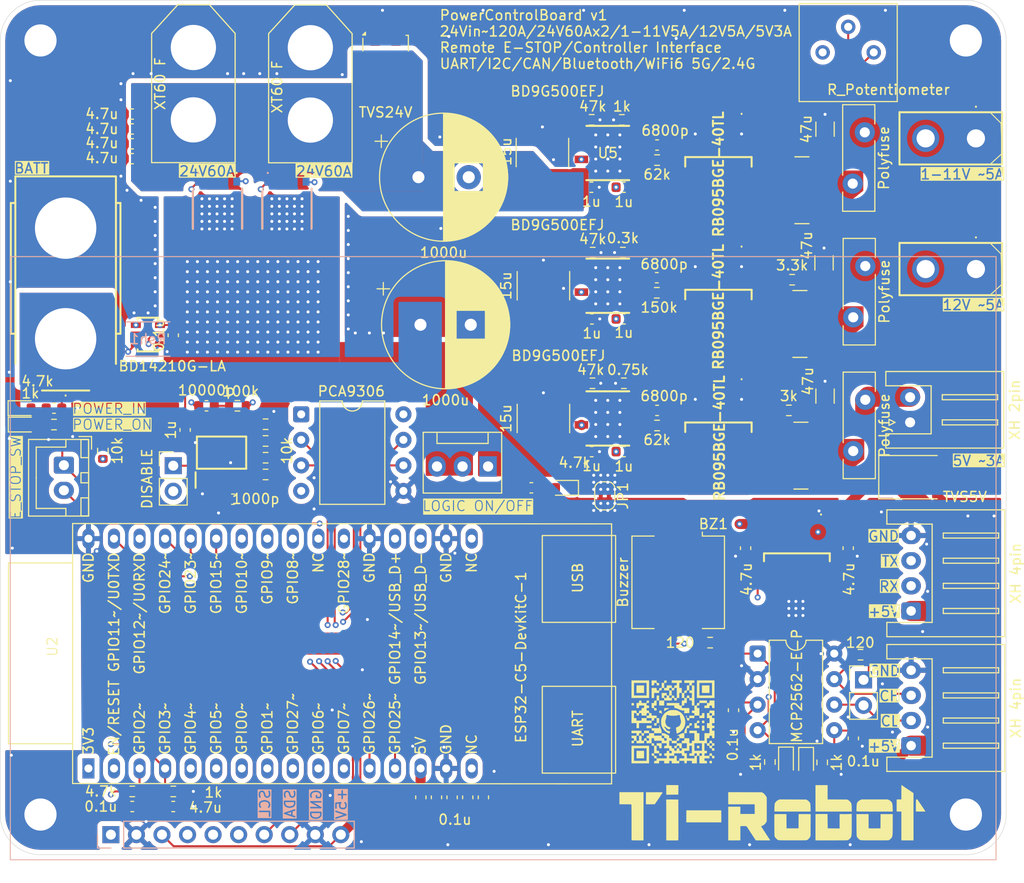
<source format=kicad_pcb>
(kicad_pcb (version 20241229) (generator "pcbnew") (generator_version "9.0")
  (layers (0 "F.Cu" signal) (4 "In1.Cu" signal) (6 "In2.Cu" signal) (2 "B.Cu" signal) (13 "F.Paste" user) (15 "B.Paste" user) (5 "F.SilkS" user "F.Silkscreen") (7 "B.SilkS" user "B.Silkscreen") (1 "F.Mask" user) (3 "B.Mask" user) (25 "Edge.Cuts" user))
  (net 0 "")
  (net 1 "+24V")
  (net 2 "+BATT")
  (net 3 "/MCU/V_SENSE")
  (net 4 "/I_sense/VOUT")
  (net 10 "/MCU/UART_RX")
  (net 19 "/MCU/UART_TX")
  (net 23 "+3.3V")
  (net 24 "Net-(D5-K)")
  (net 25 "/MCU/POWER_ON")
  (net 26 "Net-(Q1-G)")
  (net 27 "Net-(U1-OUT)")
  (net 28 "Net-(D4-K)")
  (net 29 "Net-(D6-K)")
  (net 31 "Net-(U5-RT)")
  (net 33 "Net-(U5-COMP)")
  (net 34 "Net-(U5-FB)")
  (net 35 "Net-(U5-BOOT)")
  (net 36 "Net-(BZ1--)")
  (net 37 "/CAN/CANTX")
  (net 38 "/CAN/CANRX")
  (net 39 "/DCDC veriable/VOUT")
  (net 41 "/CAN/CANL")
  (net 42 "/CAN/CANH")
  (net 43 "+12V")
  (net 44 "Net-(C22-Pad1)")
  (net 45 "Net-(C27-Pad1)")
  (net 46 "Net-(D3-A)")
  (net 47 "Net-(D7-A)")
  (net 48 "Net-(D8-A)")
  (net 49 "Net-(J10-Pin_1)")
  (net 50 "Net-(R6-Pad1)")
  (net 51 "Net-(R8-Pad1)")
  (net 52 "Net-(R10-Pad2)")
  (net 53 "/MCU/BUZZ")
  (net 54 "/DCDC12V/VIN")
  (net 55 "Net-(C31-Pad1)")
  (net 58 "SCL")
  (net 59 "SDA")
  (net 62 "Net-(J11-Pin_7)")
  (net 63 "Net-(J11-Pin_8)")
  (net 65 "Net-(1-11V5A1-Pin_2)")
  (net 66 "/DCDC12V/VOUT")
  (net 67 "/DCDC5V/VOUT")
  (net 68 "GND")
  (net 69 "+5V")
  (net 70 "Net-(E_SW1-Pin_1)")
  (net 71 "Net-(DCDC12V1-COMP)")
  (net 72 "Net-(DCDC12V1-BOOT)")
  (net 73 "Net-(DCDC5V1-COMP)")
  (net 74 "Net-(DCDC5V1-BOOT)")
  (net 75 "Net-(DCDC5V1-FB)")
  (net 77 "Net-(DCDC5V1-RT)")
  (net 78 "Net-(DCDC12V1-RT)")
  (net 80 "Net-(DCDC12V1-FB)")
  (net 81 "Net-(D9-A)")
  (net 82 "Net-(GD1-CFP)")
  (net 83 "Net-(GD1-CFN)")
  (net 84 "Net-(GD1-GATE)")
  (net 85 "Net-(GD1-ILIMIT)")
  (net 86 "GNDPWR")
  (net 87 "/I_sense/VINM")
  (net 88 "Net-(D10-A)")
  (footprint "MountingHole:MountingHole_3.2mm_M3_Pad" (layer "F.Cu") (at 133 116)
    (property "Reference" "H4" (hide yes))
    (property "Value" "MountingHole_Pad" (hide yes))
  )
  (footprint "Capacitor_SMD:C_0603_1608Metric" (layer "F.Cu") (at 42.342431 75.576332)
    (property "Reference" "R25" (hide yes))
    (property "Value" "4.7k")
  )
  (footprint "Resistor_SMD:R_0603_1608Metric" (layer "F.Cu") (at 115.725 62.8 180)
    (property "Reference" "R13" (hide yes))
    (property "Value" "3.3k")
  )
  (footprint "Connector:FanPinHeader_1x03_P2.54mm_Vertical" (layer "F.Cu") (at 85.5 81.375 180)
    (property "Reference" "SW2" (hide yes))
    (property "Value" "SW_SPDT" (hide yes))
  )
  (footprint "Resistor_SMD:R_0603_1608Metric" (layer "F.Cu") (at 95.9 60.1)
    (property "Reference" "R14" (hide yes))
    (property "Value" "47k")
  )
  (footprint "LED_SMD:LED_0603_1608Metric" (layer "F.Cu") (at 39.287431 77.206332)
    (property "Reference" "D3" (hide yes))
    (property "Value" "LED" (hide yes))
  )
  (footprint "LED_SMD:LED_0603_1608Metric" (layer "F.Cu") (at 93 83.5 180)
    (property "Reference" "D10" (hide yes))
    (property "Value" "LED" (hide yes))
  )
  (footprint "Fuse:Fuse_Bourns_MF-RG500" (layer "F.Cu") (at 121.8 79.84 90)
    (property "Reference" "F1" (hide yes))
    (property "Value" "Polyfuse")
  )
  (footprint "Resistor_SMD:R_0603_1608Metric" (layer "F.Cu") (at 63.38 78.84 180)
    (property "Reference" "R9" (hide yes))
    (property "Value" "10k" (hide yes))
  )
  (footprint "Capacitor_SMD:C_0603_1608Metric" (layer "F.Cu") (at 121.815 108.425 90)
    (property "Reference" "C36" (hide yes))
    (property "Value" "0.1u")
  )
  (footprint "Resistor_SMD:R_0603_1608Metric" (layer "F.Cu") (at 60.58 75.34)
    (property "Reference" "R7" (hide yes))
    (property "Value" "100k")
  )
  (footprint "BD9G500EFJ:HTSOP-J8" (layer "F.Cu") (at 97.400002 63.400001 180)
    (property "Reference" "DCDC12V1" (hide yes))
    (property "Value" "BD9G500EFJ")
  )
  (footprint "Capacitor_SMD:C_0603_1608Metric" (layer "F.Cu") (at 109.9 105.625 90)
    (property "Reference" "C37" (hide yes))
    (property "Value" "0.1u")
  )
  (footprint "BD9G500EFJ:HTSOP-J8" (layer "F.Cu") (at 97.4 50.195 180)
    (property "Reference" "U5")
    (property "Value" "BD9G500EFJ")
  )
  (footprint "Capacitor_SMD:C_0603_1608Metric" (layer "F.Cu") (at 60.14 84.63)
    (property "Reference" "C18" (hide yes))
    (property "Value" "1000p")
  )
  (footprint "RS6L120BGTB1:RS1L151ATTB1" (layer "F.Cu") (at 65.5 55.73 180)
    (property "Reference" "Q1" (hide yes))
    (property "Value" "RS6L120BGTB1" (hide yes))
  )
  (footprint "LED_SMD:LED_0603_1608Metric" (layer "F.Cu") (at 115.115 110.775 -90)
    (property "Reference" "D8" (hide yes))
    (property "Value" "LED" (hide yes))
  )
  (footprint "Resistor_SMD:R_0603_1608Metric" (layer "F.Cu") (at 63.38 80.506666 180)
    (property "Reference" "R8" (hide yes))
    (property "Value" "10k" (hide yes))
  )
  (footprint "Capacitor_SMD:C_0603_1608Metric" (layer "F.Cu") (at 50.1 46.32 180)
    (property "Reference" "C7" (hide yes))
    (property "Value" "4.7u")
  )
  (footprint "Resistor_SMD:R_0603_1608Metric" (layer "F.Cu") (at 113.515 110.775 90)
    (property "Reference" "R23" (hide yes))
    (property "Value" "1k")
  )
  (footprint "Connector_JST:JST_XH_S2B-XH-A_1x02_P2.50mm_Horizontal" (layer "F.Cu") (at 127.455 76.99 90)
    (property "Reference" "5V3A1" (hide yes))
    (property "Value" "XH 2pin")
  )
  (footprint "PCM_Espressif:ESP32-C5-DevKitC-1" (layer "F.Cu") (at 45.77304 111.45398 90)
    (property "Reference" "U2")
    (property "Value" "ESP32-C5-DevKitC-1")
  )
  (footprint "MountingHole:MountingHole_3.2mm_M3_Pad" (layer "F.Cu") (at 133 39)
    (property "Reference" "H2" (hide yes))
    (property "Value" "MountingHole_Pad" (hide yes))
  )
  (footprint "Resistor_SMD:R_0603_1608Metric" (layer "F.Cu") (at 47.2 79.8 90)
    (property "Reference" "R1" (hide yes))
    (property "Value" "10k")
  )
  (footprint "Resistor_SMD:R_0603_1608Metric" (layer "F.Cu") (at 95.875 73.1)
    (property "Reference" "R18" (hide yes))
    (property "Value" "47k")
  )
  (footprint "RB095BGE:RD3P175SNFRATL" (layer "F.Cu") (at 108.4 65.75 180)
    (property "Reference" "D4" (hide yes))
    (property "Value" "RB095BGE-40TL")
  )
  (footprint "ssop6:SSOP6" (layer "F.Cu") (at 51.68 68.255)
    (property "Reference" "U1" (hide yes))
    (property "Value" "BD14210G-LA")
  )
  (footprint "XT30UPB-F:XT30UPBF" (layer "F.Cu") (at 134 48.74 90)
    (property "Reference" "1-11V5A1" (hide yes))
    (property "Value" "XT30" (hide yes))
  )
  (footprint "Resistor_SMD:R_0603_1608Metric" (layer "F.Cu") (at 102.3 77.3)
    (property "Reference" "R15" (hide yes))
    (property "Value" "62k")
  )
  (footprint "Capacitor_SMD:C_0603_1608Metric" (layer "F.Cu") (at 95.8 79.9)
    (property "Reference" "C29" (hide yes))
    (property "Value" "1u")
  )
  (footprint "Capacitor_SMD:C_2220_5750Metric" (layer "F.Cu") (at 91 76.6 90)
    (property "Reference" "C30" (hide yes))
    (property "Value" "15u")
  )
  (footprint "Buzzer_Beeper:Buzzer_CUI_CPT-9019S-SMT" (layer "F.Cu") (at 104.4 92.9 -90)
    (property "Reference" "BZ1")
    (property "Value" "Buzzer")
  )
  (footprint "Resistor_SMD:R_0603_1608Metric" (layer "F.Cu") (at 107.575 98.9)
    (property "Reference" "R3" (hide yes))
    (property "Value" "120")
  )
  (footprint "L33uH2:IND_CSEB0660H-330M" (layer "F.Cu") (at 116.5 67.2 180)
    (property "Reference" "L1" (hide yes))
    (property "Value" "33uH")
  )
  (footprint "Capacitor_SMD:C_0603_1608Metric" (layer "F.Cu") (at 102.275 62.6 180)
    (property "Reference" "C22" (hide yes))
    (property "Value" "6800p")
  )
  (footprint "Connector_PinHeader_2.54mm:PinHeader_1x02_P2.54mm_Vertical" (layer "F.Cu") (at 54.2 81.3)
    (property "Reference" "J9" (hide yes))
    (property "Value" "DISABLE")
  )
  (footprint "Capacitor_THT:CP_Radial_D12.5mm_P5.00mm" (layer "F.Cu") (at 78.776041 67.28)
    (property "Reference" "C8" (hide yes))
    (property "Value" "1000u")
  )
  (footprint "Capacitor_SMD:C_0603_1608Metric" (layer "F.Cu") (at 85.03336 114.2891 -90)
    (property "Reference" "C12" (hide yes))
    (property "Value" "0.1u" (hide yes))
  )
  (footprint "NJM2391DL1-33:NJM2391DL133TE1" (layer "F.Cu") (at 116.2 92.005 180)
    (property "Reference" "IC1" (hide yes))
    (property "Value" "NJM2391DL1-33-TE1" (hide yes))
  )
  (footprint "MountingHole:MountingHole_3.2mm_M3_Pad" (layer "F.Cu") (at 41 116)
    (property "Reference" "H3" (hide yes))
    (property "Value" "MountingHole_Pad" (hide yes))
  )
  (footprint "Resistor_SMD:R_0603_1608Metric" (layer "F.Cu") (at 118.715 110.8125 90)
    (property "Reference" "R22" (hide yes))
    (property "Value" "1k")
  )
  (footprint "Connector_JST:JST_XH_S4B-XH-A_1x04_P2.50mm_Horizontal" (layer "F.Cu") (at 127.555 109.15 90)
    (property "Reference" "CAN1" (hide yes))
    (property "Value" "XH 4pin")
  )
  (footprint "RB095BGE:RD3P175SNFRATL" (layer "F.Cu") (at 108.4 78.95 180)
    (property "Reference" "D5" (hide yes))
    (property "Value" "RB095BGE-40TL")
  )
  (footprint "Capacitor_SMD:C_0603_1608Metric" (layer "F.Cu") (at 95.825 66.7)
    (property "Reference" "C24" (hide yes))
    (property "Value" "1u")
  )
  (footprint "Capacitor_SMD:C_1206_3216Metric" (layer "F.Cu") (at 119 47.825 -90)
    (property "Reference" "C20" (hide yes))
    (property "Value" "47u")
  )
  (footprint "Capacitor_SMD:C_2220_5750Metric" (layer "F.Cu") (at 91 63.4 90)
    (property "Reference" "C25" (hide yes))
    (property "Value" "15u")
  )
  (footprint "Resistor_SMD:R_0603_1608Metric" (layer "F.Cu") (at 102.275 64.1)
    (property "Reference" "R11" (hide yes))
    (property "Value" "150k")
  )
  (footprint "Resistor_SMD:R_0603_1608Metric" (layer "F.Cu") (at 50.125 113.7 180)
    (property "Reference" "R4" (hide yes))
    (property "Value" "4.7k")
  )
  (footprint "LED_SMD:LED_0603_1608Metric" (layer "F.Cu") (at 117.115 110.8125 -90)
    (property "Reference" "D7" (hide yes))
    (property "Value" "LED" (hide yes))
  )
  (footprint "Resistor_SMD:R_0603_1608Metric" (layer "F.Cu") (at 63.38 77.173333 180)
    (property "Reference" "R10" (hide yes))
    (property "Value" "10k")
  )
  (footprint "L33uH2:IND_CSEB0660H-330M" (layer "F.Cu") (at 116.6 80.3 180)
    (property "Reference" "L2" (hide yes))
    (property "Value" "33uH")
  )
  (footprint "Fuse:Fuse_Bourns_MF-RG500" (layer "F.Cu") (at 121.75 53.24 90)
    (property "Reference" "F5" (hide yes))
    (property "Value" "Polyfuse")
  )
  (footprint "Resistor_SMD:R_0603_1608Metric" (layer "F.Cu") (at 115.4 75.8 180)
    (property "Reference" "R17" (hide yes))
    (property "Value" "3k")
  )
  (footprint "Capacitor_SMD:C_0603_1608Metric" (layer "F.Cu") (at 102.3 75.8 180)
    (property "Reference" "C27" (hide yes))
    (property "Value" "6800p")
  )
  (footprint "Jumper:SolderJumper-2_P1.3mm_Bridged2Bar_RoundedPad1.0x1.5mm" (layer "F.Cu") (at 97.1 84.3 -90)
    (property "Reference" "JP1")
    (property "Value" "Jumper_2_Bridged" (hide yes))
  )
  (footprint "Capacitor_SMD:C_0603_1608Metric" (layer "F.Cu") (at 89.8 83.5 180)
    (property "Reference" "R26" (hide yes))
    (property "Value" "4.7k")
  )
  (footprint "BD9G500EFJ:HTSOP-J8" (layer "F.Cu") (at 97.4 76.600004 180)
    (property "Reference" "DCDC5V1" (hide yes))
    (property "Value" "BD9G500EFJ")
  )
  (footprint "Capacitor_SMD:C_0603_1608Metric" (layer "F.Cu") (at 78.81336 114.2891 -90)
    (property "Reference" "C16" (hide yes))
    (property "Value" "0.1u")
  )
  (footprint "Capacitor_SMD:C_0603_1608Metric" (layer "F.Cu") (at 111.1 89.505 -90)
    (property "Reference" "C3" (hide yes))
    (property "Value" "4.7u")
  )
  (footprint "Capacitor_SMD:C_0603_1608Metric" (layer "F.Cu") (at 50.1 50.76 180)
    (property "Reference" "C4" (hide yes))
    (property "Value" "4.7u" (hide yes))
  )
  (footprint "Capacitor_SMD:C_0603_1608Metric" (layer "F.Cu") (at 80.36836 114.2891 -90)
    (property "Reference" "C15" (hide yes))
    (property "Value" "0.1u" (hide yes))
  )
  (footprint "Capacitor_SMD:C_0603_1608Metric" (layer "F.Cu") (at 57.505 75.34)
    (property "Reference" "C19" (hide yes))
    (property "Value" "10000p")
  )
  (footprint "Capacitor_SMD:C_1206_3216Metric" (layer "F.Cu") (at 119 74.375 -90)
    (property "Reference" "C26" (hide yes))
    (property "Value" "47u")
  )
  (footprint "Resistor_SMD:R_0603_1608Metric" (layer "F.Cu") (at 99 73.1)
    (property "Reference" "R16" (hide yes))
    (property "Value" "0.75k")
  )
  (footprint "Potentiometer_THT:Potentiometer_Bourns_3386P_Vertical" (layer "F.Cu") (at 123.84 40.185 90)
    (property "Reference" "RV1" (hide yes))
    (property "Value" "R_Potentiometer")
  )
  (footprint "Capacitor_SMD:C_0603_1608Metric" (layer "F.Cu") (at 102.3 49.4 180)
    (property "Reference" "C31" (hide yes))
    (property "Value" "6800p")
  )
  (footprint "Capacitor_SMD:C_0603_1608Metric" (layer "F.Cu") (at 99 79.9 180)
    (property "Reference" "C28" (hide yes))
    (property "Value" "1u")
  )
  (footprint "Capacitor_SMD:C_0603_1608Metric" (layer "F.Cu") (at 50.1 47.8 180)
    (property "Reference" "C6" (hide yes))
    (property "Value" "4.7u" (hide yes))
  )
  (footprint "Diode_SMD:D_SMB" (layer "F.Cu") (at 128 82.44)
    (property "Reference" "D2" (hide yes))
    (property "Value" "TVS5V")
  )
  (footprint "Capacitor_SMD:C_0603_1608Metric" (layer "F.Cu") (at 81.92336 114.2891 -90)
    (property "Reference" "C14" (hide yes))
    (property "Value" "0.1u" (hide yes))
  )
  (footprint "Resistor_SMD:R_0603_1608Metric" (layer "F.Cu") (at 98.8 46.9)
    (property "Reference" "R20" (hide yes))
    (property "Value" "1k")
  )
  (footprint "L33uH2:IND_CSEB0660H-330M" (layer "F.Cu") (at 116.7 53.9 180)
    (property "Reference" "L3" (hide yes))
    (property "Value" "33uH")
  )
  (footprint "Connector_JST:JST_XH_S4B-XH-A_1x04_P2.50mm_Horizontal" (layer "F.Cu") (at 127.555 95.75 90)
    (property "Reference" "UART1" (hide yes))
    (property "Value" "XH 4pin")
  )
  (footprint "Capacitor_SMD:C_0603_1608Metric" (layer "F.Cu") (at 83.47836 114.2891 -90)
    (property "Reference" "C13" (hide yes))
    (property "Value" "0.1u" (hide yes))
  )
  (footprint "Resistor_SMD:R_0603_1608Metric" (layer "F.Cu") (at 102.3 50.9)
    (property "Reference" "R19" (hide yes))
    (property "Value" "62k")
  )
  (footprint "XT90PB:XT90PBF" (layer "F.Cu") (at 43.5 68.67 -90)
    (property "Reference" "BATT1" (hide yes))
    (property "Value" "XT90 M" (hide yes))
  )
  (footprint "XT30UPB-F:XT30UPBF" (layer "F.Cu") (at 134 61.74 90)
    (property "Reference" "12V5A1" (hide yes))
    (property "Value" "XT30" (hide yes))
  )
  (footprint "Capacitor_SMD:C_0603_1608Metric" (layer "F.Cu") (at 50.125 115.2 180)
    (property "Reference" "C10" (hide yes))
    (property "Value" "0.1u")
  )
  (footprint "MountingHole:MountingHole_3.2mm_M3_Pad" (layer "F.Cu") (at 41 39)
    (property "Reference" "H1" (hide yes))
    (property "Value" "MountingHole_Pad" (hide yes))
  )
  (footprint "Resistor_SMD:R_0603_1608Metric" (layer "F.Cu") (at 122.525 100.1)
    (property "Reference" "R24" (hide yes))
    (property "Value" "120")
  )
  (footprint "Capacitor_SMD:C_0603_1608Metric" (layer "F.Cu") (at 54.2 68.325 -90)
    (property "Reference" "C11" (hide yes))
    (property "Value" "0.1u")
  )
  (footprint "Capacitor_SMD:C_0603_1608Metric" (layer "F.Cu") (at 54.2 115.2)
    (property "Reference" "C1" (hide yes))
    (property "Value" "4.7u")
  )
  (footprint "LED_SMD:LED_0603_1608Metric" (layer "F.Cu") (at 39.269931 75.576332)
    (property "Reference" "D9" (hide yes))
    (property "Value" "LED" (hide yes))
  )
  (footprint "Capacitor_SMD:C_0603_1608Metric" (layer "F.Cu") (at 50.1 49.28 180)
    (property "Reference" "C5" (hide yes))
    (property "Value" "4.7u" (hide yes))
  )
  (footprint "Capacitor_SMD:C_0603_1608Metric" (layer "F.Cu") (at 121.3 89.505 -90)
    (property "Reference" "C2" (hide yes))
    (property "Value" "4.7u")
  )
  (footprint "Connector_PinHeader_2.54mm:PinHeader_1x02_P2.54mm_Vertical" (layer "F.Cu") (at 122.825 102.6)
    (property "Reference" "J10" (hide yes))
    (property "Value" "CANR" (hide yes))
  )
  (footprint "LOGO" (layer "F.Cu") (at 113.7 115.9)
    (property "Reference" "G***" (hide yes))
    (property "Value" "LOGO" (hide yes))
  )
  (footprint "Capacitor_SMD:C_1206_3216Metric" (layer "F.Cu") (at 118.9 61.125 -90)
    (property "Reference" "C21" (hide yes))
    (property "Value" "47u")
  )
  (footprint "Capacitor_THT:CP_Radial_D12.5mm_P5.00mm" (layer "F.Cu") (at 78.576041 52.6)
    (property "Reference" "C9" (hide yes))
    (property "Value" "1000u")
  )
  (footprint "Package_DIP:DIP-8_W10.16mm" (layer "F.Cu") (at 66.92 76.19)
    (property "Reference" "U7" (hide yes))
    (property "Value" "PCA9306")
  )
  (footprint "Capacitor_SMD:C_0603_1608Metric" (layer "F.Cu") (at 55.38 77.74 -90)
    (property "Reference" "C17" (hide yes))
    (property "Value" "1u")
  )
  (footprint "Package_DIP:DIP-8_W7.62mm" (layer "F.Cu") (at 112.295 99.99)
    (property "Reference" "U6" (hide yes))
    (property "Value" "MCP2562-E-P")
  )
  (footprint "Capacitor_SMD:C_2220_5750Metric" (layer "F.Cu") (at 90.9 50.15 90)
    (property "Reference" "C34" (hide yes))
    (property "Value" "15u")
  )
  (footprint "Connector_AMASS:AMASS_XT60-F_1x02_P7.20mm_Vertical" (layer "F.Cu") (at 67.83 39.72 -90)
    (property "Reference" "24V60A1" (hide yes))
    (property "Value" "XT60 F")
  )
  (footprint "1EDL8011:SOIC127P600X175-8N" (layer "F.Cu") (at 59 80 90)
    (property "Reference" "GD1" (hide yes))
    (property "Value" "1EDL8011XUMA1" (hide yes))
  )
  (footprint "Resistor_SMD:R_0603_1608Metric" (layer "F.Cu") (at 95.8 46.895004)
    (property "Reference" "R21" (hide yes))
    (property "Value" "47k")
  )
  (footprint "LOGO" (layer "F.Cu") (at 103.9 106.8)
    (property "Reference" "G***" (hide yes))
    (property "Value" "LOGO" (hide yes))
  )
  (footprint "Resistor_SMD:R_0603_1608Metric" (layer "F.Cu") (at 42.342431 77.206332)
    (property "Reference" "R5" (hide yes))
    (property "Value" "1k")
  )
  (footprint "RB095BGE:RD3P175SNFRATL" (layer "F.Cu") (at 108.4 52.55 180)
    (property "Reference" "D6" (hide yes))
    (property "Value" "RB095BGE-40TL")
  )
  (footprint "Fuse:Fuse_Bourns_MF-RG500" (layer "F.Cu") (at 121.8 66.54 90)
    (property "Reference" "F2" (hide yes))
    (property "Value" "Polyfuse")
  )
  (footprint "Capacitor_SMD:C_0603_1608Metric" (layer "F.Cu") (at 95.775 53.6)
    (property "Reference" "C33" (hide yes))
    (property "Value" "1u")
  )
  (footprint "Resistor_SMD:R_0603_1608Metric" (layer "F.Cu") (at 98.9 60.1)
    (property "Reference" "R12" (hide yes))
    (property "Value" "0.3k")
  )
  (footprint "Resistor_SMD:R_0603_1608Metric" (layer "F.Cu") (at 63.38 82.173333 180)
    (property "Reference" "R6" (hide yes))
    (property "Value" "10k" (hide yes))
  )
  (footprint "RS6L120BGTB1:RS1L151ATTB1" (layer "F.Cu") (at 58.595 55.73 180)
    (property "Reference" "Q2" (hide yes))
    (property "Value" "RS6L120BGTB1" (hide yes))
  )
  (footprint "Resistor_SMD:R_0603_1608Metric" (layer "F.Cu") (at 54.2 113.7 180)
    (property "Reference" "R2" (hide yes))
    (property "Value" "1k")
  )
  (footprint "Package_TO_SOT_SMD:TO-277A" (layer "F.Cu") (at 75.31 41.65)
    (property "Reference" "D1" (hide yes))
    (property "Value" "TVS24V")
  )
  (footprint "Capacitor_SMD:C_0603_1608Metric" (layer "F.Cu") (at 99 53.6 180)
    (property "Reference" "C32" (hide yes))
    (property "Value" "1u")
  )
  (footprint "Capacitor_SMD:C_0603_1608Metric" (layer "F.Cu") (at 99 66.7 180)
    (property "Reference" "C23" (hide yes))
    (property "Value" "1u")
  )
  (footprint "Connector_AMASS:AMASS_XT60-F_1x02_P7.20mm_Vertical" (layer "F.Cu") (at 56.2 39.7 -90)
    (property "Reference" "24V60A2" (hide yes))
    (property "Value" "XT60 F")
  )
  (footprint "Connector_JST:JST_XH_B2B-XH-A_1x02_P2.50mm_Vertical" (layer "F.Cu") (at 43.325 81.25 -90)
    (property "Reference" "E_SW1" (hide yes))
    (property "Value" "XH 2pin" (hide yes))
  )
  (footprint "RS6L120BGTB1:RS1L151ATTB1" (layer "B.Cu") (at 58.605 55.73)
    (property "Reference" "Q3" (hide yes))
    (property "Value" "RS6L120BGTB1" (hide yes))
  )
  (footprint "Resistor_SMD:R_2512_6332Metric" (layer "B.Cu") (at 51.69 68.705)
    (property "Reference" "Rsh1")
    (property "Value" "1mΩ")
  )
  (footprint "Connector_PinSocket_2.54mm:PinSocket_1x10_P2.54mm_Vertical" (layer "B.Cu") (at 48 118 -90)
    (property "Reference" "J11" (hide yes))
    (property "Value" "LCD pinsocket")
  )
  (footprint "RS6L120BGTB1:RS1L151ATTB1" (layer "B.Cu") (at 65.5 55.73)
    (property "Reference" "Q4" (hide yes))
    (property "Value" "RS6L120BGTB1" (hide yes))
  )
  (gr_poly (pts (xy 88.3 78.3) (xy 88.3 82.3) (xy 94.7 82.3) (xy 95.4 81.5) (xy 95.4 78.2) (xy 93.9 78.2) (xy 93.8 78.3)) (stroke (width 0.2)) (fill yes) (layer "F.Cu") (net 54))
  (gr_poly (pts (xy 110.771428 78.3) (xy 113.771428 78.3) (xy 114.571428 78.3) (xy 114.571428 82.2) (xy 111.8 82.2) (xy 110.771428 83.1)) (stroke (width 0.2)) (fill yes) (layer "F.Cu") (net 24))
  (gr_poly (pts (xy 105.8 51.9) (xy 105.8 55.9) (xy 100 55.9) (xy 99.3 55.1) (xy 99.3 51.8) (xy 100.8 51.8) (xy 100.9 51.9)) (stroke (width 0.2)) (fill yes) (layer "F.Cu") (net 29))
  (gr_poly (pts (xy 117.9 82.14) (xy 120.875 82.14) (xy 122.8 80.600001) (xy 122.8 78.74) (xy 117.9 78.74)) (stroke (width 0.2)) (fill yes) (layer "F.Cu") (net 67))
  (gr_poly (pts (xy 110.9 51.9) (xy 113.9 51.9) (xy 113.9 55.5) (xy 111.928572 55.5) (xy 110.9 56.4)) (stroke (width 0.2)) (fill yes) (layer "F.Cu") (net 29))
  (gr_poly (pts (xy 117.825 68.94) (xy 120.8 68.94) (xy 122.725 67.400001) (xy 122.725 65.54) (xy 117.825 65.54)) (stroke (width 0.2)) (fill yes) (layer "F.Cu") (net 66))
  (gr_poly (pts (xy 88.3 51.9) (xy 88.3 55.9) (xy 94.7 55.9) (xy 95.4 55.1) (xy 95.4 51.8) (xy 93.9 51.8) (xy 93.8 51.9)) (stroke (width 0.2)) (fill yes) (layer "F.Cu") (net 1))
  (gr_poly (pts (xy 105.4 78.3) (xy 105.4 82.3) (xy 100.1 82.3) (xy 99.4 81.5) (xy 99.4 78.2) (xy 100.9 78.2) (xy 101 78.3)) (stroke (width 0.2)) (fill yes) (layer "F.Cu") (net 24))
  (gr_poly (pts (xy 118.1 55.44) (xy 120.775 55.44) (xy 122.7 53.900001) (xy 122.7 52.04) (xy 118.1 52.04)) (stroke (width 0.2)) (fill yes) (layer "F.Cu") (net 39))
  (gr_poly (pts (xy 88.3 65.1) (xy 88.3 69.1) (xy 94.7 69.1) (xy 95.4 68.3) (xy 95.4 65) (xy 93.9 65) (xy 93.8 65.1)) (stroke (width 0.2)) (fill yes) (layer "F.Cu") (net 54))
  (gr_poly (pts (xy 105.4 65.1) (xy 105.4 69.1) (xy 100.1 69.1) (xy 99.4 68.3) (xy 99.4 65) (xy 100.9 65) (xy 101 65.1)) (stroke (width 0.2)) (fill yes) (layer "F.Cu") (net 28))
  (gr_poly (pts (xy 110.771428 65.1) (xy 113.771428 65.1) (xy 113.771428 69) (xy 111.8 69) (xy 110.771428 69.9)) (stroke (width 0.2)) (fill yes) (layer "F.Cu") (net 28))
  (gr_poly (pts (xy 48.1 64.2) (xy 49.3 67.2) (xy 49.3 70.2) (xy 48.1 73.1)) (stroke (width 0.2)) (fill yes) (layer "B.Cu") (net 2))
  (gr_rect (start 38 60.5) (end 136 120.5) (stroke (width 0.1)) (fill no) (layer "B.SilkS"))
  (gr_line (start 133 120) (end 41 120) (stroke (width 0.05)) (layer "Edge.Cuts"))
  (gr_arc (start 137 116) (mid 135.828427 118.828427) (end 133 120) (stroke (width 0.05)) (layer "Edge.Cuts"))
  (gr_line (start 37 116) (end 37 39) (stroke (width 0.05)) (layer "Edge.Cuts"))
  (gr_line (start 41 35) (end 133 35) (stroke (width 0.05)) (layer "Edge.Cuts"))
  (gr_line (start 137 39) (end 137 116) (stroke (width 0.05)) (layer "Edge.Cuts"))
  (gr_arc (start 41 120) (mid 38.171573 118.828427) (end 37 116) (stroke (width 0.05)) (layer "Edge.Cuts"))
  (gr_arc (start 133 35) (mid 135.828427 36.171573) (end 137 39) (stroke (width 0.05)) (layer "Edge.Cuts"))
  (gr_arc (start 37 39) (mid 38.171573 36.171573) (end 41 35) (stroke (width 0.05)) (layer "Edge.Cuts"))
  (gr_text "5V ~3A" (at 131.6 81.4 0) (layer "F.SilkS" knockout) (effects (font (size 1 1)) (justify left bottom)))
  (gr_text "E_STOP_SW" (at 39.125 86.7 90) (layer "F.SilkS" knockout) (effects (font (size 1 1) (thickness 0.1)) (justify left bottom)))
  (gr_text "BATT" (at 38.3 52.3 0) (layer "F.SilkS" knockout) (effects (font (size 1 1)) (justify left bottom)))
  (gr_text "4.7u" (at 47.1 50.7 0) (layer "F.SilkS") (effects (font (size 1 1))))
  (gr_text "CL" (at 124.438095 107.3 0) (layer "F.SilkS" knockout) (effects (font (size 1 1)) (justify left bottom)))
  (gr_text "+5V" (at 123.204762 96.4 0) (layer "F.SilkS" knockout) (effects (font (size 1 1)) (justify left bottom)))
  (gr_text "CH" (at 124.3 104.8 0) (layer "F.SilkS" knockout) (effects (font (size 1 1)) (justify left bottom)))
  (gr_text "GND" (at 123.204762 88.9 0) (layer "F.SilkS" knockout) (effects (font (size 1 1)) (justify left bottom)))
  (gr_text "1-11V ~5A" (at 128.4 52.9 0) (layer "F.SilkS" knockout) (effects (font (size 1 1)) (justify left bottom)))
  (gr_text "12V ~5A" (at 130.6 65.9 0) (layer "F.SilkS" knockout) (effects (font (size 1 1)) (justify left bottom)))
  (gr_text "4.7u" (at 47.1 49.2 0) (layer "F.SilkS") (effects (font (size 1 1))))
  (gr_text "24V60A" (at 54.7 52.6 0) (layer "F.SilkS" knockout) (effects (font (size 1 1)) (justify left bottom)))
  (gr_text "POWER_IN" (at 44.1 76.22 0) (layer "F.SilkS" knockout) (effects (font (size 1 1) (thickness 0.1)) (justify left bottom)))
  (gr_text "+5V" (at 123.2 109.8 0) (layer "F.SilkS" knockout) (effects (font (size 1 1)) (justify left bottom)))
  (gr_text "TX" (at 124.538095 91.4 0) (layer "F.SilkS" knockout) (effects (font (size 1 1)) (justify left bottom)))
  (gr_text "GND" (at 123.3 102.3 0) (layer "F.SilkS" knockout) (effects (font (size 1 1)) (justify left bottom)))
  (gr_text "RX" (at 124.3 93.9 0) (layer "F.SilkS" knockout) (effects (font (size 1 1)) (justify left bottom)))
  (gr_text "LOGIC ON/OFF" (at 78.9 85.9 0) (layer "F.SilkS" knockout) (effects (font (size 1 1) (thickness 0.1)) (justify left bottom)))
  (gr_text "4.7u" (at 47.1 47.8 0) (layer "F.SilkS") (effects (font (size 1 1))))
  (gr_text "POWER_ON" (at 44.1 77.8 0) (layer "F.SilkS" knockout) (effects (font (size 1 1) (thickness 0.1)) (justify left bottom)))
  (gr_text "PowerControlBoard v1\n24Vin~120A/24V60Ax2/1-11V5A/12V5A/5V3A\nRemote E-STOP/Controller Interface\nUART/I2C/CAN/Bluetooth/WiFi6 5G/2.4G" (at 80.6 41.9 0) (layer "F.SilkS") (effects (font (size 1 1)) (justify left bottom)))
  (gr_text "24V60A" (at 66.3 52.6 0) (layer "F.SilkS" knockout) (effects (font (size 1 1)) (justify left bottom)))
  (gr_text "SDA" (at 66.4035 113.4 90) (layer "B.SilkS" knockout) (effects (font (size 1 1)) (justify left bottom mirror)))
  (gr_text "+5V" (at 71.5035 113.3 90) (layer "B.SilkS" knockout) (effects (font (size 1 1)) (justify left bottom mirror)))
  (gr_text "GND" (at 69.0035 113.4 90) (layer "B.SilkS" knockout) (effects (font (size 1 1)) (justify left bottom mirror)))
  (gr_text "SCL" (at 63.9035 113.4 90) (layer "B.SilkS" knockout) (effects (font (size 1 1)) (justify left bottom mirror)))
  (segment (start 56.73 75.34) (end 58.365 76.975) (width 0.2) (layer "F.Cu") (net 1))
  (segment (start 58.365 76.975) (end 58.365 77.275) (width 0.2) (layer "F.Cu") (net 1))
  (segment (start 56.73 75.34) (end 56.34 75.34) (width 0.2) (layer "F.Cu") (net 1))
  (segment (start 56.34 75.34) (end 56 75) (width 0.2) (layer "F.Cu") (net 1))
  (via (at 56 75) (size 0.6) (drill 0.3) (layers "F.Cu" "B.Cu") (net 1))
  (segment (start 42.527431 69.842569) (end 43.64 68.73) (width 0.2) (layer "F.Cu") (net 2))
  (segment (start 50.48 69.205001) (end 50.469999 69.205001) (width 0.2) (layer "F.Cu") (net 2))
  (segment (start 47.2 78.975) (end 46.516099 78.975) (width 0.2) (layer "F.Cu") (net 2))
  (segment (start 50.469999 69.205001) (end 49.71 69.965) (width 0.2) (layer "F.Cu") (net 2))
  (segment (start 43.117431 69.052569) (end 43.5 68.67) (width 0.2) (layer "F.Cu") (net 2))
  (segment (start 43.117431 75.576332) (end 43.117431 69.052569) (width 0.2) (layer "F.Cu") (net 2))
  (segment (start 46.516099 78.975) (end 43.117431 75.576332) (width 0.2) (layer "F.Cu") (net 2))
  (via (at 49.71 69.965) (size 0.6) (drill 0.3) (layers "F.Cu" "B.Cu") (net 2))
  (segment (start 49.71 69.6875) (end 48.7275 68.705) (width 0.2) (layer "B.Cu") (net 2))
  (segment (start 49.71 69.965) (end 49.71 69.6875) (width 0.2) (layer "B.Cu") (net 2))
  (segment (start 53.375 113.7) (end 53.375 115.15) (width 0.2) (layer "F.Cu") (net 3))
  (segment (start 53.375 115.15) (end 53.425 115.2) (width 0.2) (layer "F.Cu") (net 3))
  (segment (start 50.97426 109) (end 48 109) (width 0.2) (layer "F.Cu") (net 3))
  (segment (start 53.38836 113.68664) (end 53.375 113.7) (width 0.2) (layer "F.Cu") (net 3))
  (segment (start 53.38836 111.4141) (end 53.38836 113.68664) (width 0.2) (layer "F.Cu") (net 3))
  (segment (start 53.38836 111.4141) (end 50.97426 109) (width 0.2) (layer "F.Cu") (net 3))
  (via (at 48 109) (size 0.6) (drill 0.3) (layers "F.Cu" "B.Cu") (net 3))
  (via (at 47.2 80.625) (size 0.6) (drill 0.3) (layers "F.Cu" "B.Cu") (net 3))
  (segment (start 50.95 115.15) (end 50.9 115.2) (width 0.2) (layer "F.Cu") (net 4))
  (segment (start 50.95 113.7) (end 50.95 115.15) (width 0.2) (layer "F.Cu") (net 4))
  (segment (start 50.84836 113.59836) (end 50.95 113.7) (width 0.2) (layer "F.Cu") (net 4))
  (segment (start 50.84836 111.4141) (end 50.84836 113.59836) (width 0.2) (layer "F.Cu") (net 4))
  (segment (start 48.30836 88.5541) (end 52.05426 92.3) (width 0.2) (layer "F.Cu") (net 19))
  (segment (start 52.05426 92.3) (end 55.85 92.3) (width 0.2) (layer "F.Cu") (net 19))
  (via (at 55.85 92.3) (size 0.6) (drill 0.3) (layers "F.Cu" "B.Cu") (net 19))
  (segment (start 119.915 110.4375) (end 119.915 107.61) (width 0.2) (layer "F.Cu") (net 23))
  (segment (start 114.2535 112.3385) (end 118.014 112.3385) (width 0.2) (layer "F.Cu") (net 23))
  (segment (start 110.5 87.1) (end 111.5 87.1) (width 1) (layer "F.Cu") (net 23))
  (segment (start 52.88 67.304999) (end 53.954999 67.304999) (width 0.2) (layer "F.Cu") (net 23))
  (segment (start 118.014 112.3385) (end 118.715 111.6375) (width 0.2) (layer "F.Cu") (net 23))
  (segment (start 113.9 88.8) (end 113.9 87.95) (width 0.2) (layer "F.Cu") (net 23))
  (segment (start 119.955 107.65) (end 119.915 107.61) (width 0.2) (layer "F.Cu") (net 23))
  (segment (start 111.5 87.1) (end 112.35 87.95) (width 1) (layer "F.Cu") (net 23))
  (segment (start 111.88 87.95) (end 111.1 88.73) (width 1) (layer "F.Cu") (net 23))
  (segment (start 121.815 107.65) (end 119.955 107.65) (width 0.2) (layer "F.Cu") (net 23))
  (segment (start 53.954999 67.304999) (end 54.2 67.55) (width 0.2) (layer "F.Cu") (net 23))
  (segment (start 113.515 111.6) (end 114.2535 112.3385) (width 0.2) (layer "F.Cu") (net 23))
  (segment (start 118.715 111.6375) (end 119.915 110.4375) (width 0.2) (layer "F.Cu") (net 23))
  (segment (start 113.9 87.95) (end 111.88 87.95) (width 1) (layer "F.Cu") (net 23))
  (segment (start 112.35 87.95) (end 113.9 87.95) (width 1) (layer "F.Cu") (net 23))
  (segment (start 112.3 94.4) (end 112.3 90.4) (width 0.2) (layer "F.Cu") (net 23))
  (segment (start 112.3 90.4) (end 113.9 88.8) (width 0.2) (layer "F.Cu") (net 23))
  (via (at 112.3 94.4) (size 0.6) (drill 0.3) (layers "F.Cu" "B.Cu") (net 23))
  (via (at 52.88 67.304999) (size 0.6) (drill 0.3) (layers "F.Cu" "B.Cu") (net 23))
  (via (at 110.5 87.1) (size 0.6) (drill 0.3) (layers "F.Cu" "B.Cu") (net 23))
  (segment (start 46.625 87.05) (end 68.75 87.05) (width 0.2) (layer "F.Cu") (net 25))
  (segment (start 43.325 83.75) (end 46.625 87.05) (width 0.2) (layer "F.Cu") (net 25))
  (via (at 68.75 87.05) (size 0.6) (drill 0.3) (layers "F.Cu" "B.Cu") (net 25))
  (segment (start 61.405 75.34) (end 61.76 75.34) (width 0.2) (layer "F.Cu") (net 26))
  (segment (start 56 53.8) (end 56 53.725) (width 0.2) (layer "F.Cu") (net 26))
  (segment (start 61.76 75.34) (end 62.1 75) (width 0.2) (layer "F.Cu") (net 26))
  (segment (start 62.9 53.8) (end 62.9 53.73) (width 0.2) (layer "F.Cu") (net 26))
  (segment (start 56 53.725) (end 56.69 53.035) (width 0.2) (layer "F.Cu") (net 26))
  (segment (start 62.9 53.73) (end 63.595 53.035) (width 0.2) (layer "F.Cu") (net 26))
  (via (at 61.4 53) (size 0.6) (drill 0.3) (layers "F.Cu" "B.Cu") (net 26))
  (via (at 56 53.8) (size 0.6) (drill 0.3) (layers "F.Cu" "B.Cu") (net 26))
  (via (at 62.1 75) (size 0.6) (drill 0.3) (layers "F.Cu" "B.Cu") (net 26))
  (via (at 62.9 53.8) (size 0.6) (drill 0.3) (layers "F.Cu" "B.Cu") (net 26))
  (via (at 68.245002 53.1) (size 0.6) (drill 0.3) (layers "F.Cu" "B.Cu") (net 26))
  (segment (start 60.545 53) (end 60.51 53.035) (width 0.2) (layer "B.Cu") (net 26))
  (segment (start 68.245002 53.1) (end 67.47 53.1) (width 0.2) (layer "B.Cu") (net 26))
  (segment (start 61.4 53) (end 60.545 53) (width 0.2) (layer "B.Cu") (net 26))
  (segment (start 67.47 53.1) (end 67.405 53.035) (width 0.2) (layer "B.Cu") (net 26))
  (segment (start 49.3 113.7) (end 48.3 113.7) (width 0.2) (layer "F.Cu") (net 27))
  (segment (start 48.3 113.7) (end 48 114) (width 0.2) (layer "F.Cu") (net 27))
  (via (at 50.48 67.304999) (size 0.6) (drill 0.3) (layers "F.Cu" "B.Cu") (net 27))
  (via (at 48 114) (size 0.6) (drill 0.3) (layers "F.Cu" "B.Cu") (net 27))
  (segment (start 94.774999 48.29) (end 94.774999 47.095005) (width 0.2) (layer "F.Cu") (net 31))
  (segment (start 94.774999 47.095005) (end 94.975 46.895004) (width 0.2) (layer "F.Cu") (net 31))
  (segment (start 101.165 49.56) (end 101.525 49.2) (width 0.2) (layer "F.Cu") (net 33))
  (segment (start 100.025001 49.56) (end 101.165 49.56) (width 0.2) (layer "F.Cu") (net 33))
  (segment (start 104.3 43.3) (end 100.7 46.9) (width 0.2) (layer "F.Cu") (net 34))
  (segment (start 121.3 39.9) (end 117.9 43.3) (width 0.2) (layer "F.Cu") (net 34))
  (segment (start 100.7 46.9) (end 99.625 46.9) (width 0.2) (layer "F.Cu") (net 34))
  (segment (start 121.255 37.6) (end 121.3 37.645) (width 0.2) (layer "F.Cu") (net 34))
  (segment (start 121.3 37.645) (end 121.3 39.9) (width 0.2) (layer "F.Cu") (net 34))
  (segment (start 117.9 43.3) (end 104.3 43.3) (width 0.2) (layer "F.Cu") (net 34))
  (segment (start 99.625 47.889999) (end 100.025001 48.29) (width 0.2) (layer "F.Cu") (net 34))
  (segment (start 99.625 46.9) (end 99.625 47.889999) (width 0.2) (layer "F.Cu") (net 34))
  (via (at 98.225 53.6) (size 0.6) (drill 0.3) (layers "F.Cu" "B.Cu") (net 35))
  (via (at 94.774999 50.83) (size 0.6) (drill 0.3) (layers "F.Cu" "B.Cu") (net 35))
  (segment (start 106.4 98.9) (end 104.4 96.9) (width 0.2) (layer "F.Cu") (net 36))
  (segment (start 106.75 98.9) (end 106.4 98.9) (width 0.2) (layer "F.Cu") (net 36))
  (segment (start 117.115 110.025) (end 116.09 109) (width 0.2) (layer "F.Cu") (net 37))
  (segment (start 112.295 99.99) (end 64.82426 99.99) (width 0.2) (layer "F.Cu") (net 37))
  (segment (start 64.82426 99.99) (end 53.38836 88.5541) (width 0.2) (layer "F.Cu") (net 37))
  (segment (start 114 101.695) (end 112.295 99.99) (width 0.2) (layer "F.Cu") (net 37))
  (segment (start 115 109) (end 114 108) (width 0.2) (layer "F.Cu") (net 37))
  (segment (start 116.09 109) (end 115 109) (width 0.2) (layer "F.Cu") (net 37))
  (segment (start 114 108) (end 114 101.695) (width 0.2) (layer "F.Cu") (net 37))
  (segment (start 112.7375 107.61) (end 112.295 107.61) (width 0.2) (layer "F.Cu") (net 38))
  (segment (start 113.396 104.3) (end 113.396 106.509) (width 0.2) (layer "F.Cu") (net 38))
  (segment (start 113.396 106.509) (end 112.295 107.61) (width 0.2) (layer "F.Cu") (net 38))
  (segment (start 105 99) (end 65 99) (width 0.2) (layer "F.Cu") (net 38))
  (segment (start 55.92836 89.92836) (end 55.92836 88.5541) (width 0.2) (layer "F.Cu") (net 38))
  (segment (start 115.115 109.9875) (end 112.7375 107.61) (width 0.2) (layer "F.Cu") (net 38))
  (segment (start 65 99) (end 55.92836 89.92836) (width 0.2) (layer "F.Cu") (net 38))
  (via (at 113.396 104.3) (size 0.6) (drill 0.3) (layers "F.Cu" "B.Cu") (net 38))
  (via (at 105 99) (size 0.6) (drill 0.3) (layers "F.Cu" "B.Cu") (net 38))
  (segment (start 123.84 40.185) (end 120.649 43.376) (width 0.2) (layer "F.Cu") (net 39))
  (segment (start 119 53.6) (end 118.7 53.9) (width 1) (layer "F.Cu") (net 39))
  (segment (start 120.649 43.376) (end 120.649 47.651) (width 0.2) (layer "F.Cu") (net 39))
  (segment (start 119 49.3) (end 119 53.6) (width 1) (layer "F.Cu") (net 39))
  (segment (start 120.649 47.651) (end 119 49.3) (width 0.2) (layer "F.Cu") (net 39))
  (segment (start 119.915 105.07) (end 122.755 105.07) (width 0.2) (layer "F.Cu") (net 41))
  (segment (start 124.335 106.65) (end 122.825 105.14) (width 0.2) (layer "F.Cu") (net 41))
  (segment (start 127.555 106.65) (end 124.335 106.65) (width 0.2) (layer "F.Cu") (net 41))
  (segment (start 122.755 105.07) (end 122.825 105.14) (width 0.2) (layer "F.Cu") (net 41))
  (segment (start 127.555 104.15) (end 127.394 103.989) (width 0.2) (layer "F.Cu") (net 42))
  (segment (start 121.7 100.745) (end 121.7 100.1) (width 0.2) (layer "F.Cu") (net 42))
  (segment (start 119.915 102.53) (end 121.7 100.745) (width 0.2) (layer "F.Cu") (net 42))
  (segment (start 127.394 103.989) (end 121.374 103.989) (width 0.2) (layer "F.Cu") (net 42))
  (segment (start 121.374 103.989) (end 119.915 102.53) (width 0.2) (layer "F.Cu") (net 42))
  (segment (start 123.3 61.74) (end 123 61.44) (width 4) (layer "F.Cu") (net 43))
  (segment (start 129 61.74) (end 123.3 61.74) (width 4) (layer "F.Cu") (net 43))
  (segment (start 103.05 64.05) (end 103.1 64.1) (width 0.2) (layer "F.Cu") (net 44))
  (segment (start 103.05 62.6) (end 103.05 64.05) (width 0.2) (layer "F.Cu") (net 44))
  (segment (start 103.075 77.25) (end 103.125 77.3) (width 0.2) (layer "F.Cu") (net 45))
  (segment (start 103.075 75.8) (end 103.075 77.25) (width 0.2) (layer "F.Cu") (net 45))
  (segment (start 41.517431 77.206332) (end 40.074931 77.206332) (width 0.2) (layer "F.Cu") (net 46))
  (segment (start 118.715 109.9875) (end 118.715 110) (width 0.2) (layer "F.Cu") (net 47))
  (segment (start 118.715 110) (end 117.115 111.6) (width 0.2) (layer "F.Cu") (net 47))
  (segment (start 113.515 109.9625) (end 115.115 111.5625) (width 0.2) (layer "F.Cu") (net 48))
  (segment (start 113.515 109.95) (end 113.515 109.9625) (width 0.2) (layer "F.Cu") (net 48))
  (segment (start 123.35 100.1) (end 123.35 102.075) (width 0.2) (layer "F.Cu") (net 49))
  (segment (start 123.35 102.075) (end 122.825 102.6) (width 0.2) (layer "F.Cu") (net 49))
  (segment (start 64.205 82.173333) (end 64.205 82.156666) (width 0.2) (layer "F.Cu") (net 50))
  (segment (start 64.205 82.156666) (end 62.555 80.506666) (width 0.2) (layer "F.Cu") (net 50))
  (segment (start 62.555 78.84) (end 62.555 78.856666) (width 0.2) (layer "F.Cu") (net 51))
  (segment (start 62.555 78.856666) (end 64.205 80.506666) (width 0.2) (layer "F.Cu") (net 51))
  (segment (start 64.205 78.84) (end 64.205 78.823333) (width 0.2) (layer "F.Cu") (net 52))
  (segment (start 64.205 78.823333) (end 62.555 77.173333) (width 0.2) (layer "F.Cu") (net 52))
  (segment (start 58.46836 88.5541) (end 58.46836 91.16836) (width 0.2) (layer "F.Cu") (net 53))
  (segment (start 58.46836 91.16836) (end 65.3 98) (width 0.2) (layer "F.Cu") (net 53))
  (segment (start 95.3 98) (end 104.4 88.9) (width 0.2) (layer "F.Cu") (net 53))
  (segment (start 65.3 98) (end 95.3 98) (width 0.2) (layer "F.Cu") (net 53))
  (segment (start 89.025 83.5) (end 89.025 83.075) (width 0.2) (layer "F.Cu") (net 54))
  (segment (start 89.025 83.075) (end 90.6375 81.4625) (width 0.2) (layer "F.Cu") (net 54))
  (segment (start 103.075 49.2) (end 103.075 50.75) (width 0.2) (layer "F.Cu") (net 55))
  (segment (start 103.075 50.75) (end 103.125 50.8) (width 0.2) (layer "F.Cu") (net 55))
  (segment (start 70.25 82.06) (end 66.92 78.73) (width 0.2) (layer "F.Cu") (net 58))
  (segment (start 70.349554 100.801024) (end 76.24836 106.69983) (width 0.2) (layer "F.Cu") (net 58))
  (segment (start 70.349554 100.723213) (end 70.349554 100.801024) (width 0.2) (layer "F.Cu") (net 58))
  (segment (start 70.350002 97.150003) (end 70.25 97.050001) (width 0.2) (layer "F.Cu") (net 58))
  (segment (start 70.25 97.050001) (end 70.25 82.06) (width 0.2) (layer "F.Cu") (net 58))
  (segment (start 76.24836 106.69983) (end 76.24836 111.4141) (width 0.2) (layer "F.Cu") (net 58))
  (via (at 70.350002 97.150003) (size 0.6) (drill 0.3) (layers "F.Cu" "B.Cu") (net 58))
  (via (at 70.349554 100.723213) (size 0.6) (drill 0.3) (layers "F.Cu" "B.Cu") (net 58))
  (segment (start 69.55 82.2) (end 68.62 81.27) (width 0.2) (layer "F.Cu") (net 59))
  (segment (start 69.7 101.000001) (end 73.70836 105.008361) (width 0.2) (layer "F.Cu") (net 59))
  (segment (start 69.7 100.9) (end 69.7 101.000001) (width 0.2) (layer "F.Cu") (net 59))
  (segment (start 73.70836 105.008361) (end 73.70836 111.4141) (width 0.2) (layer "F.Cu") (net 59))
  (segment (start 69.55 100.75) (end 69.7 100.9) (width 0.2) (layer "F.Cu") (net 59))
  (segment (start 68.62 81.27) (end 66.92 81.27) (width 0.2) (layer "F.Cu") (net 59))
  (segment (start 69.55 97.15) (end 69.55 82.2) (width 0.2) (layer "F.Cu") (net 59))
  (via (at 69.55 100.75) (size 0.6) (drill 0.3) (layers "F.Cu" "B.Cu") (net 59))
  (via (at 69.55 97.15) (size 0.6) (drill 0.3) (layers "F.Cu" "B.Cu") (net 59))
  (segment (start 71.05 95.9) (end 71.399997 95.9) (width 0.2) (layer "F.Cu") (net 62))
  (segment (start 72.06936 110.640894) (end 72.06936 112.187306) (width 0.2) (layer "F.Cu") (net 62))
  (segment (start 72.05 105.05) (end 72.05 110.621534) (width 0.2) (layer "F.Cu") (net 62))
  (segment (start 67.8 100.8) (end 72.05 105.05) (width 0.2) (layer "F.Cu") (net 62))
  (segment (start 65.29 115.95) (end 63.24 118) (width 0.2) (layer "F.Cu") (net 62))
  (segment (start 72.15 95.149997) (end 72.15 83.66) (width 0.2) (layer "F.Cu") (net 62))
  (segment (start 71.399997 95.9) (end 72.15 95.149997) (width 0.2) (layer "F.Cu") (net 62))
  (segment (start 72.06936 112.187306) (end 72.05 112.206666) (width 0.2) (layer "F.Cu") (net 62))
  (segment (start 72.05 110.621534) (end 72.06936 110.640894) (width 0.2) (layer "F.Cu") (net 62))
  (segment (start 72.05 112.206666) (end 72.05 114.4) (width 0.2) (layer "F.Cu") (net 62))
  (segment (start 72.15 83.66) (end 77.08 78.73) (width 0.2) (layer "F.Cu") (net 62))
  (segment (start 72.05 114.4) (end 70.5 115.95) (width 0.2) (layer "F.Cu") (net 62))
  (segment (start 70.5 115.95) (end 65.29 115.95) (width 0.2) (layer "F.Cu") (net 62))
  (via (at 71.05 95.9) (size 0.6) (drill 0.3) (layers "F.Cu" "B.Cu") (net 62))
  (via (at 67.8 100.8) (size 0.6) (drill 0.3) (layers "F.Cu" "B.Cu") (net 62))
  (segment (start 72.8 114.785045) (end 70.985045 116.6) (width 0.2) (layer "F.Cu") (net 63))
  (segment (start 75.38 81.27) (end 77.08 81.27) (width 0.2) (layer "F.Cu") (net 63))
  (segment (start 71.085319 96.834863) (end 72.8 95.120182) (width 0.2) (layer "F.Cu") (net 63))
  (segment (start 68.7 100.8) (end 72.8 104.9) (width 0.2) (layer "F.Cu") (net 63))
  (segment (start 72.8 95.120182) (end 72.8 83.85) (width 0.2) (layer "F.Cu") (net 63))
  (segment (start 72.8 104.9) (end 72.8 114.785045) (width 0.2) (layer "F.Cu") (net 63))
  (segment (start 70.985045 116.6) (end 67.18 116.6) (width 0.2) (layer "F.Cu") (net 63))
  (segment (start 67.18 116.6) (end 65.78 118) (width 0.2) (layer "F.Cu") (net 63))
  (segment (start 72.8 83.85) (end 75.38 81.27) (width 0.2) (layer "F.Cu") (net 63))
  (segment (start 68.7 100.75) (end 68.7 100.8) (width 0.2) (layer "F.Cu") (net 63))
  (via (at 71.085319 96.834863) (size 0.6) (drill 0.3) (layers "F.Cu" "B.Cu") (net 63))
  (via (at 68.7 100.75) (size 0.6) (drill 0.3) (layers "F.Cu" "B.Cu") (net 63))
  (segment (start 123.55 48.74) (end 122.95 48.14) (width 4) (layer "F.Cu") (net 65))
  (segment (start 129 48.74) (end 123.55 48.74) (width 4) (layer "F.Cu") (net 65))
  (segment (start 116.55 62.8) (end 118.7 62.8) (width 0.2) (layer "F.Cu") (net 66))
  (segment (start 120.375 66.54) (end 121.8 66.54) (width 0.2) (layer "F.Cu") (net 66))
  (segment (start 118.7 62.8) (end 118.9 62.6) (width 0.2) (layer "F.Cu") (net 66))
  (segment (start 118.9 62.6) (end 118.9 66.8) (width 1) (layer "F.Cu") (net 66))
  (segment (start 118.9 66.8) (end 118.5 67.2) (width 1) (layer "F.Cu") (net 66))
  (segment (start 116.225 75.8) (end 118.95 75.8) (width 0.2) (layer "F.Cu") (net 67))
  (segment (start 119 79.9) (end 118.6 80.3) (width 1) (layer "F.Cu") (net 67))
  (segment (start 118.95 75.8) (end 119 75.85) (width 0.2) (layer "F.Cu") (net 67))
  (segment (start 119 75.85) (end 119 79.9) (width 1) (layer "F.Cu") (net 67))
  (segment (start 121.8 79.84) (end 120.275 79.84) (width 0.2) (layer "F.Cu") (net 67))
  (segment (start 131.215578 85.4) (end 131.8 85.4) (width 1) (layer "F.Cu") (net 68))
  (segment (start 51.75 68.685) (end 51.75 69.2) (width 0.2) (layer "F.Cu") (net 68))
  (segment (start 53.355 68.255) (end 54.2 69.1) (width 0.2) (layer "F.Cu") (net 68))
  (segment (start 130.15 84.334422) (end 131.215578 85.4) (width 1) (layer "F.Cu") (net 68))
  (segment (start 130.15 82.44) (end 130.15 84.334422) (width 1) (layer "F.Cu") (net 68))
  (segment (start 52.18 68.255) (end 51.75 68.685) (width 0.2) (layer "F.Cu") (net 68))
  (segment (start 52.88 68.255) (end 53.355 68.255) (width 0.2) (layer "F.Cu") (net 68))
  (segment (start 52.88 68.255) (end 50.48 68.255) (width 0.2) (layer "F.Cu") (net 68))
  (segment (start 52.88 68.255) (end 52.18 68.255) (width 0.2) (layer "F.Cu") (net 68))
  (via (at 56.2 115.2) (size 0.6) (drill 0.3) (layers "F.Cu" "B.Cu") (net 68))
  (via (at 51.5 116.7) (size 0.6) (drill 0.3) (layers "F.Cu" "B.Cu") (net 68))
  (via (at 133.2 86.3) (size 0.6) (drill 0.3) (layers "F.Cu" "B.Cu") (net 68))
  (via (at 110.1 90.3) (size 0.6) (drill 0.3) (layers "F.Cu" "B.Cu") (net 68))
  (via (at 135.8 86.3) (size 0.6) (drill 0.3) (layers "F.Cu" "B.Cu") (net 68))
  (via (at 97.4 85.75) (size 0.6) (drill 0.3) (layers "F.Cu" "B.Cu") (net 68))
  (via (at 50.95 75.9) (size 0.6) (drill 0.3) (layers "F.Cu" "B.Cu") (net 68))
  (via (at 120.6 112) (size 0.6) (drill 0.3) (layers "F.Cu" "B.Cu") (net 68))
  (via (at 128.7 97.8) (size 0.6) (drill 0.3) (layers "F.Cu" "B.Cu") (net 68))
  (via (at 96 85.75) (size 0.6) (drill 0.3) (layers "F.Cu" "B.Cu") (net 68))
  (via (at 72.9 118.7) (size 0.6) (drill 0.3) (layers "F.Cu" "B.Cu") (net 68))
  (via (at 59.9 81) (size 0.6) (drill 0.3) (layers "F.Cu" "B.Cu") (net 68))
  (via (at 116.8 95.5) (size 0.6) (drill 0.3) (layers "F.Cu" "B.Cu") (net 68))
  (via (at 82.2 90) (size 0.6) (drill 0.3) (layers "F.Cu" "B.Cu") (net 68))
  (via (at 44.2 78.4) (size 0.6) (drill 0.3) (layers "F.Cu" "B.Cu") (net 68))
  (via (at 125.7 107.8) (size 0.6) (drill 0.3) (layers "F.Cu" "B.Cu") (net 68))
  (via (at 70 105.6) (size 0.6) (drill 0.3) (layers "F.Cu" "B.Cu") (net 68))
  (via (at 124.7 103) (size 0.6) (drill 0.3) (layers "F.Cu" "B.Cu") (net 68))
  (via (at 68.2 85.6) (size 0.6) (drill 0.3) (layers "F.Cu" "B.Cu") (net 68))
  (via (at 75.8 82.9) (size 0.6) (drill 0.3) (layers "F.Cu" "B.Cu") (net 68))
  (via (at 116.1 94.8) (size 0.6) (drill 0.3) (layers "F.Cu" "B.Cu") (net 68))
  (via (at 115.4 95.5) (size 0.6) (drill 0.3) (layers "F.Cu" "B.Cu") (net 68))
  (via (at 44.7 75.6) (size 0.6) (drill 0.3) (layers "F.Cu" "B.Cu") (net 68))
  (via (at 38.1 110.1) (size 0.6) (drill 0.3) (layers "F.Cu" "B.Cu") (net 68))
  (via (at 37.9 78.6) (size 0.6) (drill 0.3) (layers "F.Cu" "B.Cu") (net 68))
  (via (at 116.1 95.5) (size 0.6) (drill 0.3) (layers "F.Cu" "B.Cu") (net 68))
  (via (at 110.7 101.2) (size 0.6) (drill 0.3) (layers "F.Cu" "B.Cu") (net 68))
  (via (at 110.6 112) (size 0.6) (drill 0.3) (layers "F.Cu" "B.Cu") (net 68))
  (via (at 118.4 85.8) (size 0.6) (drill 0.3) (layers "F.Cu" "B.Cu") (net 68))
  (via (at 101.5 119) (size 0.6) (drill 0.3) (layers "F.Cu" "B.Cu") (net 68))
  (via (at 118.2 108.7) (size 0.6) (drill 0.3) (layers "F.Cu" "B.Cu") (net 68))
  (via (at 96 85.05) (size 0.6) (drill 0.3) (layers "F.Cu" "B.Cu") (net 68))
  (via (at 86.1 111.7) (size 0.6) (drill 0.3) (layers "F.Cu" "B.Cu") (net 68))
  (via (at 58.7 86) (size 0.6) (drill 0.3) (layers "F.Cu" "B.Cu") (net 68))
  (via (at 115.4 96.2) (size 0.6) (drill 0.3) (layers "F.Cu" "B.Cu") (net 68))
  (via (at 68.2 82.5) (size 0.6) (drill 0.3) (layers "F.Cu" "B.Cu") (net 68))
  (via (at 78 109.2) (size 0.6) (drill 0.3) (layers "F.Cu" "B.Cu") (net 68))
  (via (at 129.2 107.3) (size 0.6) (drill 0.3) (layers "F.Cu" "B.Cu") (net 68))
  (via (at 124.6 85.9) (size 0.6) (drill 0.3) (layers "F.Cu" "B.Cu") (net 68))
  (via (at 46.6 89.8) (size 0.6) (drill 0.3) (layers "F.Cu" "B.Cu") (net 68))
  (via (at 81.1 109.3) (size 0.6) (drill 0.3) (layers "F.Cu" "B.Cu") (net 68))
  (via (at 118.6 100) (size 0.6) (drill 0.3) (layers "F.Cu" "B.Cu") (net 68))
  (via (at 115.4 94.8) (size 0.6) (drill 0.3) (layers "F.Cu" "B.Cu") (net 68))
  (via (at 121.3 106.3) (size 0.6) (drill 0.3) (layers "F.Cu" "B.Cu") (net 68))
  (via (at 121.5 119) (size 0.6) (drill 0.3) (layers "F.Cu" "B.Cu") (net 68))
  (via (at 69.8 114.1) (size 0.6) (drill 0.3) (layers "F.Cu" "B.Cu") (net 68))
  (via (at 122.2 90.3) (size 0.6) (drill 0.3) (layers "F.Cu" "B.Cu") (net 68))
  (via (at 97.4 85.05) (size 0.6) (drill 0.3) (layers "F.Cu" "B.Cu") (net 68))
  (via (at 109.9 107.8) (size 0.6) (drill 0.3) (layers "F.Cu" "B.Cu") (net 68))
  (via (at 38.2 89.5) (size 0.6) (drill 0.3) (layers "F.Cu" "B.Cu") (net 68))
  (via (at 81.5 119) (size 0.6) (drill 0.3) (layers "F.Cu" "B.Cu") (net 68))
  (via (at 111.5 119) (size 0.6) (drill 0.3) (layers "F.Cu" "B.Cu") (net 68))
  (via (at 96.7 85.75) (size 0.6) (drill 0.3) (layers "F.Cu" "B.Cu") (net 68))
  (via (at 51.75 69.2) (size 0.6) (drill 0.3) (layers "F.Cu" "B.Cu") (net 68))
  (via (at 73.5 96.6) (size 0.6) (drill 0.3) (layers "F.Cu" "B.Cu") (net 68))
  (via (at 64.2 75.9) (size 0.6) (drill 0.3) (layers "F.Cu" "B.Cu") (net 68))
  (via (at 56.2 113.7) (size 0.6) (drill 0.3) (layers "F.Cu" "B.Cu") (net 68))
  (via (at 122.7 109.2) (size 0.6) (drill 0.3) (layers "F.Cu" "B.Cu") (net 68))
  (via (at 73 101.6) (size 0.6) (drill 0.3) (layers "F.Cu" "B.Cu") (net 68))
  (via (at 96.7 85.05) (size 0.6) (drill 0.3) (layers "F.Cu" "B.Cu") (net 68))
  (via (at 98.1 85.75) (size 0.6) (drill 0.3) (layers "F.Cu" "B.Cu") (net 68))
  (via (at 116.8 94.8) (size 0.6) (drill 0.3) (layers "F.Cu" "B.Cu") (net 68))
  (via (at 98.1 85.05) (size 0.6) (drill 0.3) (layers "F.Cu" "B.Cu") (net 68))
  (via (at 57.1 84.1) (size 0.6) (drill 0.3) (layers "F.Cu" "B.Cu") (net 68))
  (via (at 129.1 89.1) (size 0.6) (drill 0.3) (layers "F.Cu" "B.Cu") (net 68))
  (via (at 116.1 96.2) (size 0.6) (drill 0.3) (layers "F.Cu" "B.Cu") (net 68))
  (via (at 41.8 78.7) (size 0.6) (drill 0.3) (layers "F.Cu" "B.Cu") (net 68))
  (via (at 129.2 93.8) (size 0.6) (drill 0.3) (layers "F.Cu" "B.Cu") (net 68))
  (via (at 116.8 96.2) (size 0.6) (drill 0.3) (layers "F.Cu" "B.Cu") (net 68))
  (via (at 91.5 119) (size 0.6) (drill 0.3) (layers "F.Cu" "B.Cu") (net 68))
  (via (at 56.4 79) (size 0.6) (drill 0.3) (layers "F.Cu" "B.Cu") (net 68))
  (segment (start 123 76.161284) (end 125.85 79.011284) (width 2) (layer "F.Cu") (net 69))
  (segment (start 130.25 95.75) (end 127.555 95.75) (width 2) (layer "F.Cu") (net 69))
  (segment (start 123 74.74) (end 123 76.161284) (width 2) (layer "F.Cu") (net 69))
  (segment (start 127.555 109.15) (end 123.1909 113.5141) (width 1) (layer "F.Cu") (net 69))
  (segment (start 123.301 74.439) (end 127.455 74.439) (width 2) (layer "F.Cu") (net 69))
  (segment (start 53.08 118) (end 54.231 119.151) (width 0.2) (layer "F.Cu") (net 69))
  (segment (start 123 74.74) (end 123.301 74.439) (width 2) (layer "F.Cu") (net 69))
  (segment (start 78.78836 111.4141) (end 78.78836 113.4891) (width 1) (layer "F.Cu") (net 69))
  (segment (start 130.25 95.75) (end 131 96.5) (width 2) (layer "F.Cu") (net 69))
  (segment (start 54.231 119.151) (end 69.709 119.151) (width 0.2) (layer "F.Cu") (net 69))
  (segment (start 81.92336 113.5141) (end 80.36836 113.5141) (width 1) (layer "F.Cu") (net 69))
  (segment (start 111.825 104.6) (end 112.295 105.07) (width 0.2) (layer "F.Cu") (net 69))
  (segment (start 131 95) (end 130.25 95.75) (width 2) (layer "F.Cu") (net 69))
  (segment (start 131 96.5) (end 131 108) (width 2) (layer "F.Cu") (net 69))
  (segment (start 85.03336 113.5141) (end 83.47836 113.5141) (width 1) (layer "F.Cu") (net 69))
  (segment (start 78.78836 113.4891) (end 78.81336 113.5141) (width 1) (layer "F.Cu") (net 69))
  (segment (start 125.85 82.44) (end 131 87.59) (width 2) (layer "F.Cu") (net 69))
  (segment (start 83.47836 113.5141) (end 81.92336 113.5141) (width 1) (layer "F.Cu") (net 69))
  (segment (start 69.709 119.151) (end 70.86 118) (width 0.2) (layer "F.Cu") (net 69))
  (segment (start 112.295 105.07) (end 111 106.365) (width 0.2) (layer "F.Cu") (net 69))
  (segment (start 123.1909 113.5141) (end 85.03336 113.5141) (width 1) (layer "F.Cu") (net 69))
  (segment (start 119.28 88.73) (end 118.5 87.95) (width 0.2) (layer "F.Cu") (net 69))
  (segment (start 80.36836 113.5141) (end 78.81336 113.5141) (width 1) (layer "F.Cu") (net 69))
  (segment (start 131 108) (end 129.85 109.15) (width 2) (layer "F.Cu") (net 69))
  (segment (start 125.85 79.011284) (end 125.85 82.44) (width 2) (layer "F.Cu") (net 69))
  (segment (start 75.3459 113.5141) (end 70.86 118) (width 1) (layer "F.Cu") (net 69))
  (segment (start 113.9141 113.5141) (end 115.2 113.5141) (width 0.2) (layer "F.Cu") (net 69))
  (segment (start 125.85 82.44) (end 124.01 82.44) (width 1) (layer "F.Cu") (net 69))
  (segment (start 78.81336 113.5141) (end 75.3459 113.5141) (width 1) (layer "F.Cu") (net 69))
  (segment (start 121.3 88.73) (end 119.28 88.73) (width 0.2) (layer "F.Cu") (net 69))
  (segment (start 109.9 104.85) (end 112.075 104.85) (width 0.2) (layer "F.Cu") (net 69))
  (segment (start 111 110.6) (end 113.9141 113.5141) (width 0.2) (layer "F.Cu") (net 69))
  (segment (start 112.075 104.85) (end 112.295 105.07) (width 0.2) (layer "F.Cu") (net 69))
  (segment (start 129.85 109.15) (end 127.555 109.15) (width 2) (layer "F.Cu") (net 69))
  (segment (start 124.01 82.44) (end 118.5 87.95) (width 1) (layer "F.Cu") (net 69))
  (segment (start 111 106.365) (end 111 110.6) (width 0.2) (layer "F.Cu") (net 69))
  (segment (start 131 87.59) (end 131 95) (width 2) (layer "F.Cu") (net 69))
  (via (at 118.3 87.9) (size 0.6) (drill 0.3) (layers "F.Cu" "B.Cu") (net 69))
  (segment (start 46.9 86.3) (end 57.4 86.3) (width 0.2) (layer "F.Cu") (net 70))
  (segment (start 58.365 82.725) (end 58.365 82.315) (width 0.2) (layer "F.Cu") (net 70))
  (segment (start 45 84.4) (end 46.9 86.3) (width 0.2) (layer "F.Cu") (net 70))
  (segment (start 43.167431 77.206332) (end 43.167431 81.092431) (width 0.2) (layer "F.Cu") (net 70))
  (segment (start 58.365 85.335) (end 58.365 82.725) (width 0.2) (layer "F.Cu") (net 70))
  (segment (start 58.365 82.315) (end 57.35 81.3) (width 0.2) (layer "F.Cu") (net 70))
  (segment (start 57.35 81.3) (end 54.2 81.3) (width 0.2) (layer "F.Cu") (net 70))
  (segment (start 45 82.925) (end 45 84.4) (width 0.2) (layer "F.Cu") (net 70))
  (segment (start 57.4 86.3) (end 58.365 85.335) (width 0.2) (layer "F.Cu") (net 70))
  (segment (start 43.325 81.25) (end 45 82.925) (width 0.2) (layer "F.Cu") (net 70))
  (segment (start 43.167431 81.092431) (end 43.325 81.25) (width 0.2) (layer "F.Cu") (net 70))
  (segment (start 101.5 62.6) (end 100.190004 62.6) (width 0.2) (layer "F.Cu") (net 71))
  (segment (start 100.190004 62.6) (end 100.025003 62.765001) (width 0.2) (layer "F.Cu") (net 71))
  (segment (start 98.225 66.7) (end 98.225 66.935) (width 0.2) (layer "F.Cu") (net 72))
  (via (at 98.225 66.7) (size 0.6) (drill 0.3) (layers "F.Cu" "B.Cu") (net 72))
  (via (at 94.775001 64.035001) (size 0.6) (drill 0.3) (layers "F.Cu" "B.Cu") (net 72))
  (segment (start 100.025001 75.965004) (end 101.359996 75.965004) (width 0.2) (layer "F.Cu") (net 73))
  (segment (start 101.359996 75.965004) (end 101.525 75.8) (width 0.2) (layer "F.Cu") (net 73))
  (segment (start 94.775004 77.235004) (end 94.8 77.26) (width 1) (layer "F.Cu") (net 74))
  (segment (start 94.774999 77.235004) (end 94.775004 77.235004) (width 1) (layer "F.Cu") (net 74))
  (via (at 98.225 79.9) (size 0.6) (drill 0.3) (layers "F.Cu" "B.Cu") (net 74))
  (via (at 94.8 77.26) (size 0.6) (drill 0.3) (layers "F.Cu" "B.Cu") (net 74))
  (segment (start 105.490118 72.4) (end 105.245059 72.645059) (width 0.2) (layer "F.Cu") (net 75))
  (segment (start 99.825 74.495003) (end 100.025001 74.695004) (width 0.2) (layer "F.Cu") (net 75))
  (segment (start 103.195114 74.695004) (end 100.025001 74.695004) (width 0.2) (layer "F.Cu") (net 75))
  (segment (start 105.245059 72.645059) (end 103.195114 74.695004) (width 0.2) (layer "F.Cu") (net 75))
  (segment (start 99.825 73.1) (end 99.825 74.495003) (width 0.2) (layer "F.Cu") (net 75))
  (segment (start 111.175 72.4) (end 105.490118 72.4) (width 0.2) (layer "F.Cu") (net 75))
  (segment (start 114.575 75.8) (end 111.175 72.4) (width 0.2) (layer "F.Cu") (net 75))
  (segment (start 105.330118 72.56) (end 105.245059 72.645059) (width 0.2) (layer "F.Cu") (net 75))
  (segment (start 95.05 73.1) (end 95.05 74.420003) (width 0.2) (layer "F.Cu") (net 77))
  (segment (start 95.05 74.420003) (end 94.774999 74.695004) (width 0.2) (layer "F.Cu") (net 77))
  (segment (start 95.075 60.1) (end 95.075 61.195002) (width 0.2) (layer "F.Cu") (net 78))
  (segment (start 95.075 61.195002) (end 94.775001 61.495001) (width 0.2) (layer "F.Cu") (net 78))
  (segment (start 99.725 60.1) (end 99.725 61.194998) (width 0.2) (layer "F.Cu") (net 80))
  (segment (start 105.205112 59.46) (end 103.170111 61.495001) (width 0.2) (layer "F.Cu") (net 80))
  (segment (start 114.9 62.8) (end 111.56 59.46) (width 0.2) (layer "F.Cu") (net 80))
  (segment (start 103.170111 61.495001) (end 100.025003 61.495001) (width 0.2) (layer "F.Cu") (net 80))
  (segment (start 99.725 61.194998) (end 100.025003 61.495001) (width 0.2) (layer "F.Cu") (net 80))
  (segment (start 111.56 59.46) (end 105.205112 59.46) (width 0.2) (layer "F.Cu") (net 80))
  (segment (start 40.057431 75.576332) (end 41.567431 75.576332) (width 0.2) (layer "F.Cu") (net 81))
  (segment (start 60.915 84.63) (end 60.915 82.735) (width 0.2) (layer "F.Cu") (net 82))
  (segment (start 60.915 82.735) (end 60.905 82.725) (width 0.2) (layer "F.Cu") (net 82))
  (segment (start 59.365 84.63) (end 59.365 82.995) (width 0.2) (layer "F.Cu") (net 83))
  (segment (start 59.365 82.995) (end 59.635 82.725) (width 0.2) (layer "F.Cu") (net 83))
  (segment (start 59.635 77.275) (end 59.635 75.46) (width 0.2) (layer "F.Cu") (net 84))
  (segment (start 58.28 75.34) (end 59.755 75.34) (width 0.2) (layer "F.Cu") (net 84))
  (segment (start 59.635 75.46) (end 59.755 75.34) (width 0.2) (layer "F.Cu") (net 84))
  (segment (start 60.905 77.275) (end 60.905 80.523333) (width 0.2) (layer "F.Cu") (net 85))
  (segment (start 60.905 80.523333) (end 62.555 82.173333) (width 0.2) (layer "F.Cu") (net 85))
  (segment (start 93.7875 83.5) (end 95.85 83.5) (width 0.2) (layer "F.Cu") (net 86))
  (segment (start 38.499931 77.206332) (end 38.499931 75.593832) (width 0.2) (layer "F.Cu") (net 86))
  (segment (start 95.85 83.5) (end 96 83.65) (width 0.2) (layer "F.Cu") (net 86))
  (segment (start 38.499931 75.593832) (end 38.482431 75.576332) (width 0.2) (layer "F.Cu") (net 86))
  (via (at 52.4 65.4) (size 0.6) (drill 0.3) (layers "F.Cu" "B.Cu") (net 86))
  (via (at 62.8 42.3) (size 0.6) (drill 0.3) (layers "F.Cu" "B.Cu") (net 86))
  (via (at 96.625 46.895004) (size 0.6) (drill 0.3) (layers "F.Cu" "B.Cu") (net 86))
  (via (at 52.4 61.2) (size 0.6) (drill 0.3) (layers "F.Cu" "B.Cu") (net 86))
  (via (at 38 53) (size 0.6) (drill 0.3) (layers "F.Cu" "B.Cu") (net 86))
  (via (at 97.4 82.25) (size 0.6) (drill 0.3) (layers "F.Cu" "B.Cu") (net 86))
  (via (at 95 36) (size 0.6) (drill 0.3) (layers "F.Cu" "B.Cu") (net 86))
  (via (at 106.1 74.7) (size 0.6) (drill 0.3) (layers "F.Cu" "B.Cu") (net 86))
  (via (at 98.175 73.1) (size 0.6) (drill 0.3) (layers "F.Cu" "B.Cu") (net 86))
  (via (at 81.6 38.6) (size 0.6) (drill 0.3) (layers "F.Cu" "B.Cu") (net 86))
  (via (at 71.6 60.7) (size 0.6) (drill 0.3) (layers "F.Cu" "B.Cu") (net 86))
  (via (at 96.7 73.1) (size 0.6) (drill 0.3) (layers "F.Cu" "B.Cu") (net 86))
  (via (at 49 52.5) (size 0.6) (drill 0.3) (layers "F.Cu" "B.Cu") (net 86))
  (via (at 96.7 82.25) (size 0.6) (drill 0.3) (layers "F.Cu" "B.Cu") (net 86))
  (via (at 73.7 68.1) (size 0.6) (drill 0.3) (layers "F.Cu" "B.Cu") (net 86))
  (via (at 75 36) (size 0.6) (drill 0.3) (layers "F.Cu" "B.Cu") (net 86))
  (via (at 98.075 60.1) (size 0.6) (drill 0.3) (layers "F.Cu" "B.Cu") (net 86))
  (via (at 96.575 79.9) (size 0.6) (drill 0.3) (layers "F.Cu" "B.Cu") (net 86))
  (via (at 104.2 38.8) (size 0.6) (drill 0.3) (layers "F.Cu" "B.Cu") (net 86))
  (via (at 52.4 62.6) (size 0.6) (drill 0.3) (layers "F.Cu" "B.Cu") (net 86))
  (via (at 90.9 47.6) (size 0.6) (drill 0.3) (layers "F.Cu" "B.Cu") (net 86))
  (via (at 49.6 53.9) (size 0.6) (drill 0.3) (layers "F.Cu" "B.Cu") (net 86))
  (via (at 96.55 53.6) (size 0.6) (drill 0.3) (layers "F.Cu" "B.Cu") (net 86))
  (via (at 80.7 48.6) (size 0.6) (drill 0.3) (layers "F.Cu" "B.Cu") (net 86))
  (via (at 92 50.86) (size 0.6) (drill 0.3) (layers "F.Cu" "B.Cu") (net 86))
  (via (at 52.4 59.8) (size 0.6) (drill 0.3) (layers "F.Cu" "B.Cu") (net 86))
  (via (at 119 72.9) (size 0.6) (drill 0.3) (layers "F.Cu" "B.Cu") (net 86))
  (via (at 71.6 67.7) (size 0.6) (drill 0.3) (layers "F.Cu" "B.Cu") (net 86))
  (via (at 96.6 66.7) (size 0.6) (drill 0.3) (layers "F.Cu" "B.Cu") (net 86))
  (via (at 50.2 42.3) (size 0.6) (drill 0.3) (layers "F.Cu" "B.Cu") (net 86))
  (via (at 49 44.9) (size 0.6) (drill 0.3) (layers "F.Cu" "B.Cu") (net 86))
  (via (at 97.4 82.95) (size 0.6) (drill 0.3) (layers "F.Cu" "B.Cu") (net 86))
  (via (at 93 63.66) (size 0.6) (drill 0.3) (layers "F.Cu" "B.Cu") (net 86))
  (via (at 71 42.4) (size 0.6) (drill 0.3) (layers "F.Cu" "B.Cu") (net 86))
  (via (at 71.6 62.1) (size 0.6) (drill 0.3) (layers "F.Cu" "B.Cu") (net 86))
  (via (at 96 82.25) (size 0.6) (drill 0.3) (layers "F.Cu" "B.Cu") (net 86))
  (via (at 98.1 83.65) (size 0.6) (drill 0.3) (layers "F.Cu" "B.Cu") (net 86))
  (via (at 38 63) (size 0.6) (drill 0.3) (layers "F.Cu" "B.Cu") (net 86))
  (via (at 118.9 59.65) (size 0.6) (drill 0.3) (layers "F.Cu" "B.Cu") (net 86))
  (via (at 52.4 55.6) (size 0.6) (drill 0.3) (layers "F.Cu" "B.Cu") (net 86))
  (via (at 97.975 46.9) (size 0.6) (drill 0.3) (layers "F.Cu" "B.Cu") (net 86))
  (via (at 96.7 83.65) (size 0.6) (drill 0.3) (layers "F.Cu" "B.Cu") (net 86))
  (via (at 110.7 48.3) (size 0.6) (drill 0.3) (layers "F.Cu" "B.Cu") (net 86))
  (via (at 49 43.3) (size 0.6) (drill 0.3) (layers "F.Cu" "B.Cu") (net 86))
  (via (at 52.4 57) (size 0.6) (drill 0.3) (layers "F.Cu" "B.Cu") (net 86))
  (via (at 52.4 64) (size 0.6) (drill 0.3) (layers "F.Cu" "B.Cu") (net 86))
  (via (at 71.6 56.5) (size 0.6) (drill 0.3) (layers "F.Cu" "B.Cu") (net 86))
  (via (at 106.1 61.5) (size 0.6) (drill 0.3) (layers "F.Cu" "B.Cu") (net 86))
  (via (at 52 42.3) (size 0.6) (drill 0.3) (layers "F.Cu" "B.Cu") (net 86))
  (via (at 59.6 42.3) (size 0.6) (drill 0.3) (layers "F.Cu" "B.Cu") (net 86))
  (via (at 97.4 83.65) (size 0.6) (drill 0.3) (layers "F.Cu" "B.Cu") (net 86))
  (via (at 110.7 61.5) (size 0.6) (drill 0.3) (layers "F.Cu" "B.Cu") (net 86))
  (via (at 98.1 82.25) (size 0.6) (drill 0.3) (layers "F.Cu" "B.Cu") (net 86))
  (via (at 125 36) (size 0.6) (drill 0.3) (layers "F.Cu" "B.Cu") (net 86))
  (via (at 105 36) (size 0.6) (drill 0.3) (layers "F.Cu" "B.Cu") (net 86))
  (via (at 51.7 66.1) (size 0.6) (drill 0.3) (layers "F.Cu" "B.Cu") (net 86))
  (via (at 110.7 74.7) (size 0.6) (drill 0.3) (layers "F.Cu" "B.Cu") (net 86))
  (via (at 50.3 66.1) (size 0.6) (drill 0.3) (layers "F.Cu" "B.Cu") (net 86))
  (via (at 96.7 82.95) (size 0.6) (drill 0.3) (layers "F.Cu" "B.Cu") (net 86))
  (via (at 71.6 57.9) (size 0.6) (drill 0.3) (layers "F.Cu" "B.Cu") (net 86))
  (via (at 71.6 63.5) (size 0.6) (drill 0.3) (layers "F.Cu" "B.Cu") (net 86))
  (via (at 91 74.05) (size 0.6) (drill 0.3) (layers "F.Cu" "B.Cu") (net 86))
  (via (at 106.1 48.3) (size 0.6) (drill 0.3) (layers "F.Cu" "B.Cu") (net 86))
  (via (at 96.725 60.1) (size 0.6) (drill 0.3) (layers "F.Cu" "B.Cu") (net 86))
  (via (at 85 36) (size 0.6) (drill 0.3) (layers "F.Cu" "B.Cu") (net 86))
  (via (at 51 54.9) (size 0.6) (drill 0.3) (layers "F.Cu" "B.Cu") (net 86))
  (via (at 75.1 68.1) (size 0.6) (drill 0.3) (layers "F.Cu" "B.Cu") (net 86))
  (via (at 64.5 42.3) (size 0.6) (drill 0.3) (layers "F.Cu" "B.Cu") (net 86))
  (via (at 115 36) (size 0.6) (drill 0.3) (layers "F.Cu" "B.Cu") (net 86))
  (via (at 61.2 42.3) (size 0.6) (drill 0.3) (layers "F.Cu" "B.Cu") (net 86))
  (via (at 37.9 72) (size 0.6) (drill 0.3) (layers "F.Cu" "B.Cu") (net 86))
  (via (at 80.8 57.7) (size 0.6) (drill 0.3) (layers "F.Cu" "B.Cu") (net 86))
  (via (at 71.6 64.9) (size 0.6) (drill 0.3) (layers "F.Cu" "B.Cu") (net 86))
  (via (at 98.1 82.95) (size 0.6) (drill 0.3) (layers "F.Cu" "B.Cu") (net 86))
  (via (at 119 46.35) (size 0.6) (drill 0.3) (layers "F.Cu" "B.Cu") (net 86))
  (via (at 52.4 58.4) (size 0.6) (drill 0.3) (layers "F.Cu" "B.Cu") (net 86))
  (via (at 38 43) (size 0.6) (drill 0.3) (layers "F.Cu" "B.Cu") (net 86))
  (via (at 71.6 59.3) (size 0.6) (drill 0.3) (layers "F.Cu" "B.Cu") (net 86))
  (via (at 91 60.85) (size 0.6) (drill 0.3) (layers "F.Cu" "B.Cu") (net 86))
  (via (at 96 83.65) (size 0.6) (drill 0.3) (layers "F.Cu" "B.Cu") (net 86))
  (via (at 72.3 68.1) (size 0.6) (drill 0.3) (layers "F.Cu" "B.Cu") (net 86))
  (via (at 96 82.95) (size 0.6) (drill 0.3) (layers "F.Cu" "B.Cu") (net 86))
  (via (at 71.6 66.3) (size 0.6) (drill 0.3) (layers "F.Cu" "B.Cu") (net 86))
  (segment (start 52.88 69.246401) (end 53.589862 69.956263) (width 0.2) (layer "F.Cu") (net 87))
  (segment (start 55.38 76.965) (end 55.38 70.22) (width 0.2) (layer "F.Cu") (net 87))
  (segment (start 56.785 76.965) (end 57.095 77.275) (width 0.2) (layer "F.Cu") (net 87))
  (segment (start 55.38 76.965) (end 56.785 76.965) (width 0.2) (layer "F.Cu") (net 87))
  (segment (start 55.38 70.22) (end 55.6 70) (width 0.2) (layer "F.Cu") (net 87))
  (segment (start 52.88 69.205001) (end 52.88 69.246401) (width 0.2) (layer "F.Cu") (net 87))
  (via (at 59.6 62) (size 0.6) (drill 0.3) (layers "F.Cu" "B.Cu") (net 87))
  (via (at 55.6 69) (size 0.6) (drill 0.3) (layers "F.Cu" "B.Cu") (net 87))
  (via (at 68.6 67) (size 0.6) (drill 0.3) (layers "F.Cu" "B.Cu") (net 87))
  (via (at 57.6 61) (size 0.6) (drill 0.3) (layers "F.Cu" "B.Cu") (net 87))
  (via (at 64 54.75) (size 0.6) (drill 0.3) (layers "F.Cu" "B.Cu") (net 87))
  (via (at 60.05 56.25) (size 0.6) (drill 0.3) (layers "F.Cu" "B.Cu") (net 87))
  (via (at 56.6 64) (size 0.6) (drill 0.3) (layers "F.Cu" "B.Cu") (net 87))
  (via (at 68.6 62) (size 0.6) (drill 0.3) (layers "F.Cu" "B.Cu") (net 87))
  (via (at 61.6 64) (size 0.6) (drill 0.3) (layers "F.Cu" "B.Cu") (net 87))
  (via (at 58.6 63) (size 0.6) (drill 0.3) (layers "F.Cu" "B.Cu") (net 87))
  (via (at 66.6 63) (size 0.6) (drill 0.3) (layers "F.Cu" "B.Cu") (net 87))
  (via (at 66.6 67) (size 0.6) (drill 0.3) (layers "F.Cu" "B.Cu") (net 87))
  (via (at 65.6 63) (size 0.6) (drill 0.3) (layers "F.Cu" "B.Cu") (net 87))
  (via (at 60.6 68) (size 0.6) (drill 0.3) (layers "F.Cu" "B.Cu") (net 87))
  (via (at 56.6 68) (size 0.6) (drill 0.3) (layers "F.Cu" "B.Cu") (net 87))
  (via (at 60.6 69) (size 0.6) (drill 0.3) (layers "F.Cu" "B.Cu") (net 87))
  (via (at 64.6 63) (size 0.6) (drill 0.3) (layers "F.Cu" "B.Cu") (net 87))
  (via (at 66.6 61) (size 0.6) (drill 0.3) (layers "F.Cu" "B.Cu") (net 87))
  (via (at 64 56.25) (size 0.6) (drill 0.3) (layers "F.Cu" "B.Cu") (net 87))
  (via (at 57.05 57.75) (size 0.6) (drill 0.3) (layers "F.Cu" "B.Cu") (net 87))
  (via (at 59.6 69) (size 0.6) (drill 0.3) (layers "F.Cu" "B.Cu") (net 87))
  (via (at 62.6 64) (size 0.6) (drill 0.3) (layers "F.Cu" "B.Cu") (net 87))
  (via (at 57.05 54.75) (size 0.6) (drill 0.3) (layers "F.Cu" "B.Cu") (net 87))
  (via (at 59.6 66) (size 0.6) (drill 0.3) (layers "F.Cu" "B.Cu") (net 87))
  (via (at 66.6 65) (size 0.6) (drill 0.3) (layers "F.Cu" "B.Cu") (net 87))
  (via (at 58.6 66) (size 0.6) (drill 0.3) (layers "F.Cu" "B.Cu") (net 87))
  (via (at 63.6 68) (size 0.6) (drill 0.3) (layers "F.Cu" "B.Cu") (net 87))
  (via (at 66.25 56.25) (size 0.6) (drill 0.3) (layers "F.Cu" "B.Cu") (net 87))
  (via (at 58.6 62) (size 0.6) (drill 0.3) (layers "F.Cu" "B.Cu") (net 87))
  (via (at 65.6 65) (size 0.6) (drill 0.3) (layers "F.Cu" "B.Cu") (net 87))
  (via (at 64.6 68) (size 0.6) (drill 0.3) (layers "F.Cu" "B.Cu") (net 87))
  (via (at 60.6 64) (size 0.6) (drill 0.3) (layers "F.Cu" "B.Cu") (net 87))
  (via (at 66.25 54.75) (size 0.6) (drill 0.3) (layers "F.Cu" "B.Cu") (net 87))
  (via (at 61.6 68) (size 0.6) (drill 0.3) (layers "F.Cu" "B.Cu") (net 87))
  (via (at 56.6 70) (size 0.6) (drill 0.3) (layers "F.Cu" "B.Cu") (net 87))
  (via (at 58.6 70) (size 0.6) (drill 0.3) (layers "F.Cu" "B.Cu") (net 87))
  (via (at 55.6 64) (size 0.6) (drill 0.3) (layers "F.Cu" "B.Cu") (net 87))
  (via (at 68.6 68) (size 0.6) (drill 0.3) (layers "F.Cu" "B.Cu") (net 87))
  (via (at 66.25 55.5) (size 0.6) (drill 0.3) (layers "F.Cu" "B.Cu") (net 87))
  (via (at 61.6 70) (size 0.6) (drill 0.3) (layers "F.Cu" "B.Cu") (net 87))
  (via (at 67.6 70) (size 0.6) (drill 0.3) (layers "F.Cu" "B.Cu") (net 87))
  (via (at 66.6 70) (size 0.6) (drill 0.3) (layers "F.Cu" "B.Cu") (net 87))
  (via (at 68.6 63) (size 0.6) (drill 0.3) (layers "F.Cu" "B.Cu") (net 87))
  (via (at 66.6 64) (size 0.6) (drill 0.3) (layers "F.Cu" "B.Cu") (net 87))
  (via (at 59.3 57.75) (size 0.6) (drill 0.3) (layers "F.Cu" "B.Cu") (net 87))
  (via (at 61.6 61) (size 0.6) (drill 0.3) (layers "F.Cu" "B.Cu") (net 87))
  (via (at 68.6 64) (size 0.6) (drill 0.3) (layers "F.Cu" "B.Cu") (net 87))
  (via (at 65.5 57) (size 0.6) (drill 0.3) (layers "F.Cu" "B.Cu") (net 87))
  (via (at 65.6 67) (size 0.6) (drill 0.3) (layers "F.Cu" "B.Cu") (net 87))
  (via (at 57.8 54.75) (size 0.6) (drill 0.3) (layers "F.Cu" "B.Cu") (net 87))
  (via (at 59.6 70) (size 0.6) (drill 0.3) (layers "F.Cu" "B.Cu") (net 87))
  (via (at 57.05 56.25) (size 0.6) (drill 0.3) (layers "F.Cu" "B.Cu") (net 87))
  (via (at 64.75 57) (size 0.6) (drill 0.3) (layers "F.Cu" "B.Cu") (net 87))
  (via (at 67 57.75) (size 0.6) (drill 0.3) (layers "F.Cu" "B.Cu") (net 87))
  (via (at 65.6 66) (size 0.6) (drill 0.3) (layers "F.Cu" "B.Cu") (net 87))
  (via (at 66.25 57) (size 0.6) (drill 0.3) (layers "F.Cu" "B.Cu") (net 87))
  (via (at 59.6 61) (size 0.6) (drill 0.3) (layers "F.Cu" "B.Cu") (net 87))
  (via (at 57.6 68) (size 0.6) (drill 0.3) (layers "F.Cu" "B.Cu") (net 87))
  (via (at 62.6 69) (size 0.6) (drill 0.3) (layers "F.Cu" "B.Cu") (net 87))
  (via (at 65.5 57.75) (size 0.6) (drill 0.3) (layers "F.Cu" "B.Cu") (net 87))
  (via (at 60.6 70) (size 0.6) (drill 0.3) (layers "F.Cu" "B.Cu") (net 87))
  (via (at 64.6 66) (size 0.6) (drill 0.3) (layers "F.Cu" "B.Cu") (net 87))
  (via (at 57.6 62) (size 0.6) (drill 0.3) (layers "F.Cu" "B.Cu") (net 87))
  (via (at 53.589862 69.956263) (size 0.6) (drill 0.3) (layers "F.Cu" "B.Cu") (net 87))
  (via (at 56.6 65) (size 0.6) (drill 0.3) (layers "F.Cu" "B.Cu") (net 87))
  (via (at 65.5 55.5) (size 0.6) (drill 0.3) (layers "F.Cu" "B.Cu") (net 87))
  (via (at 67 57) (size 0.6) (drill 0.3) (layers "F.Cu" "B.Cu") (net 87))
  (via (at 59.3 54.75) (size 0.6) (drill 0.3) (layers "F.Cu" "B.Cu") (net 87))
  (via (at 66.6 68) (size 0.6) (drill 0.3) (layers "F.Cu" "B.Cu") (net 87))
  (via (at 64.6 64) (size 0.6) (drill 0.3) (layers "F.Cu" "B.Cu") (net 87))
  (via (at 55.6 62) (size 0.6) (drill 0.3) (layers "F.Cu" "B.Cu") (net 87))
  (via (at 60.6 65) (size 0.6) (drill 0.3) (layers "F.Cu" "B.Cu") (net 87))
  (via (at 61.6 63) (size 0.6) (drill 0.3) (layers "F.Cu" "B.Cu") (net 87))
  (via (at 55.6 67) (size 0.6) (drill 0.3) (layers "F.Cu" "B.Cu") (net 87))
  (via (at 58.6 67) (size 0.6) (drill 0.3) (layers "F.Cu" "B.Cu") (net 87))
  (via (at 68.6 65) (size 0.6) (drill 0.3) (layers "F.Cu" "B.Cu") (net 87))
  (via (at 64.75 57.75) (size 0.6) (drill 0.3) (layers "F.Cu" "B.Cu") (net 87))
  (via (at 63.6 65) (size 0.6) (drill 0.3) (layers "F.Cu" "B.Cu") (net 87))
  (via (at 67.6 64) (size 0.6) (drill 0.3) (layers "F.Cu" "B.Cu") (net 87))
  (via (at 57.6 69) (size 0.6) (drill 0.3) (layers "F.Cu" "B.Cu") (net 87))
  (via (at 62.6 63) (size 0.6) (drill 0.3) (layers "F.Cu" "B.Cu") (net 87))
  (via (at 64 57) (size 0.6) (drill 0.3) (layers "F.Cu" "B.Cu") (net 87))
  (via (at 64 55.5) (size 0.6) (drill 0.3) (layers "F.Cu" "B.Cu") (net 87))
  (via (at 59.6 64) (size 0.6) (drill 0.3) (layers "F.Cu" "B.Cu") (net 87))
  (via (at 58.6 65) (size 0.6) (drill 0.3) (layers "F.Cu" "B.Cu") (net 87))
  (via (at 65.6 70) (size 0.6) (drill 0.3) (layers "F.Cu" "B.Cu") (net 87))
  (via (at 60.6 66) (size 0.6) (drill 0.3) (layers "F.Cu" "B.Cu") (net 87))
  (via (at 57.05 57) (size 0.6) (drill 0.3) (layers "F.Cu" "B.Cu") (net 87))
  (via (at 65.6 69) (size 0.6) (drill 0.3) (layers "F.Cu" "B.Cu") (net 87))
  (via (at 67.6 66) (size 0.6) (drill 0.3) (layers "F.Cu" "B.Cu") (net 87))
  (via (at 64.6 69) (size 0.6) (drill 0.3) (layers "F.Cu" "B.Cu") (net 87))
  (via (at 62.6 65) (size 0.6) (drill 0.3) (layers "F.Cu" "B.Cu") (net 87))
  (via (at 56.6 61) (size 0.6) (drill 0.3) (layers "F.Cu" "B.Cu") (net 87))
  (via (at 67 54.75) (size 0.6) (drill 0.3) (layers "F.Cu" "B.Cu") (net 87))
  (via (at 62.6 62) (size 0.6) (drill 0.3) (layers "F.Cu" "B.Cu") (net 87))
  (via (at 66.6 62) (size 0.6) (drill 0.3) (layers "F.Cu" "B.Cu") (net 87))
  (via (at 62.6 61) (size 0.6) (drill 0.3) (layers "F.Cu" "B.Cu") (net 87))
  (via (at 67.6 62) (size 0.6) (drill 0.3) (layers "F.Cu" "B.Cu") (net 87))
  (via (at 56.6 62) (size 0.6) (drill 0.3) (layers "F.Cu" "B.Cu") (net 87))
  (via (at 58.55 57.75) (size 0.6) (drill 0.3) (layers "F.Cu" "B.Cu") (net 87))
  (via (at 65.6 64) (size 0.6) (drill 0.3) (layers "F.Cu" "B.Cu") (net 87))
  (via (at 62.6 70) (size 0.6) (drill 0.3) (layers "F.Cu" "B.Cu") (net 87))
  (via (at 58.6 61) (size 0.6) (drill 0.3) (layers "F.Cu" "B.Cu") (net 87))
  (via (at 55.6 65) (size 0.6) (drill 0.3) (layers "F.Cu" "B.Cu") (net 87))
  (via (at 56.6 67) (size 0.6) (drill 0.3) (layers "F.Cu" "B.Cu") (net 87))
  (via (at 66.6 66) (size 0.6) (drill 0.3) (layers "F.Cu" "B.Cu") (net 87))
  (via (at 65.5 54.75) (size 0.6) (drill 0.3) (layers "F.Cu" "B.Cu") (net 87))
  (via (at 67.6 67) (size 0.6) (drill 0.3) (layers "F.Cu" "B.Cu") (net 87))
  (via (at 57.8 57.75) (size 0.6) (drill 0.3) (layers "F.Cu" "B.Cu") (net 87))
  (via (at 64.6 70) (size 0.6) (drill 0.3) (layers "F.Cu" "B.Cu") (net 87))
  (via (at 67.6 61) (size 0.6) (drill 0.3) (layers "F.Cu" "B.Cu") (net 87))
  (via (at 58.6 68) (size 0.6) (drill 0.3) (layers "F.Cu" "B.Cu") (net 87))
  (via (at 57.05 55.5) (size 0.6) (drill 0.3) (layers "F.Cu" "B.Cu") (net 87))
  (via (at 58.55 57) (size 0.6) (drill 0.3) (layers "F.Cu" "B.Cu") (net 87))
  (via (at 60.05 57) (size 0.6) (drill 0.3) (layers "F.Cu" "B.Cu") (net 87))
  (via (at 58.55 56.25) (size 0.6) (drill 0.3) (layers "F.Cu" "B.Cu") (net 87))
  (via (at 56.6 63) (size 0.6) (drill 0.3) (layers "F.Cu" "B.Cu") (net 87))
  (via (at 55.6 61) (size 0.6) (drill 0.3) (layers "F.Cu" "B.Cu") (net 87))
  (via (at 68.6 69) (size 0.6) (drill 0.3) (layers "F.Cu" "B.Cu") (net 87))
  (via (at 57.6 67) (size 0.6) (drill 0.3) (layers "F.Cu" "B.Cu") (net 87))
  (via (at 65.6 68) (size 0.6) (drill 0.3) (layers "F.Cu" "B.Cu") (net 87))
  (via (at 64 57.75) (size 0.6) (drill 0.3) (layers "F.Cu" "B.Cu") (net 87))
  (via (at 60.6 67) (size 0.6) (drill 0.3) (layers "F.Cu" "B.Cu") (net 87))
  (via (at 59.6 65) (size 0.6) (drill 0.3) (layers "F.Cu" "B.Cu") (net 87))
  (via (at 61.6 65) (size 0.6) (drill 0.3) (layers "F.Cu" "B.Cu") (net 87))
  (via (at 60.05 54.75) (size 0.6) (drill 0.3) (layers "F.Cu" "B.Cu") (net 87))
  (via (at 65.6 62) (size 0.6) (drill 0.3) (layers "F.Cu" "B.Cu") (net 87))
  (via (at 63.6 66) (size 0.6) (drill 0.3) (layers "F.Cu" "B.Cu") (net 87))
  (via (at 59.6 63) (size 0.6) (drill 0.3) (layers "F.Cu" "B.Cu") (net 87))
  (via (at 55.6 63) (size 0.6) (drill 0.3) (layers "F.Cu" "B.Cu") (net 87))
  (via (at 64.6 65) (size 0.6) (drill 0.3) (layers "F.Cu" "B.Cu") (net 87))
  (via (at 60.6 62) (size 0.6) (drill 0.3) (layers "F.Cu" "B.Cu") (net 87))
  (via (at 64.6 61) (size 0.6) (drill 0.3) (layers "F.Cu" "B.Cu") (net 87))
  (via (at 68.6 61) (size 0.6) (drill 0.3) (layers "F.Cu" "B.Cu") (net 87))
  (via (at 57.6 63) (size 0.6) (drill 0.3) (layers "F.Cu" "B.Cu") (net 87))
  (via (at 58.55 54.75) (size 0.6) (drill 0.3) (layers "F.Cu" "B.Cu") (net 87))
  (via (at 65.5 56.25) (size 0.6) (drill 0.3) (layers "F.Cu" "B.Cu") (net 87))
  (via (at 65.6 61) (size 0.6) (drill 0.3) (layers "F.Cu" "B.Cu") (net 87))
  (via (at 64.75 56.25) (size 0.6) (drill 0.3) (layers "F.Cu" "B.Cu") (net 87))
  (via (at 57.6 66) (size 0.6) (drill 0.3) (layers "F.Cu" "B.Cu") (net 87))
  (via (at 58.6 69) (size 0.6) (drill 0.3) (layers "F.Cu" "B.Cu") (net 87))
  (via (at 60.05 55.5) (size 0.6) (drill 0.3) (layers "F.Cu" "B.Cu") (net 87))
  (via (at 61.6 69) (size 0.6) (drill 0.3) (layers "F.Cu" "B.Cu") (net 87))
  (via (at 62.6 66) (size 0.6) (drill 0.3) (layers "F.Cu" "B.Cu") (net 87))
  (via (at 68.6 66) (size 0.6) (drill 0.3) (layers "F.Cu" "B.Cu") (net 87))
  (via (at 66.6 69) (size 0.6) (drill 0.3) (layers "F.Cu" "B.Cu") (net 87))
  (via (at 67.6 68) (size 0.6) (drill 0.3) (layers "F.Cu" "B.Cu") (net 87))
  (via (at 64.75 55.5) (size 0.6) (drill 0.3) (layers "F.Cu" "B.Cu") (net 87))
  (via (at 63.6 69) (size 0.6) (drill 0.3) (layers "F.Cu" "B.Cu") (net 87))
  (via (at 57.6 70) (size 0.6) (drill 0.3) (layers "F.Cu" "B.Cu") (net 87))
  (via (at 61.6 66) (size 0.6) (drill 0.3) (layers "F.Cu" "B.Cu") (net 87))
  (via (at 64.75 54.75) (size 0.6) (drill 0.3) (layers "F.Cu" "B.Cu") (net 87))
  (via (at 55.6 68) (size 0.6) (drill 0.3) (layers "F.Cu" "B.Cu") (net 87))
  (via (at 59.6 67) (size 0.6) (drill 0.3) (layers "F.Cu" "B.Cu") (net 87))
  (via (at 57.6 64) (size 0.6) (drill 0.3) (layers "F.Cu" "B.Cu") (net 87))
  (via (at 67.6 63) (size 0.6) (drill 0.3) (layers "F.Cu" "B.Cu") (net 87))
  (via (at 57.8 56.25) (size 0.6) (drill 0.3) (layers "F.Cu" "B.Cu") (net 87))
  (via (at 55.6 70) (size 0.6) (drill 0.3) (layers "F.Cu" "B.Cu") (net 87))
  (via (at 59.3 56.25) (size 0.6) (drill 0.3) (layers "F.Cu" "B.Cu") (net 87))
  (via (at 63.6 64) (size 0.6) (drill 0.3) (layers "F.Cu" "B.Cu") (net 87))
  (via (at 61.6 62) (size 0.6) (drill 0.3) (layers "F.Cu" "B.Cu") (net 87))
  (via (at 67 56.25) (size 0.6) (drill 0.3) (layers "F.Cu" "B.Cu") (net 87))
  (via (at 56.6 69) (size 0.6) (drill 0.3) (layers "F.Cu" "B.Cu") (net 87))
  (via (at 63.6 63) (size 0.6) (drill 0.3) (layers "F.Cu" "B.Cu") (net 87))
  (via (at 58.55 55.5) (size 0.6) (drill 0.3) (layers "F.Cu" "B.Cu") (net 87))
  (via (at 60.6 63) (size 0.6) (drill 0.3) (layers "F.Cu" "B.Cu") (net 87))
  (via (at 62.6 68) (size 0.6) (drill 0.3) (layers "F.Cu" "B.Cu") (net 87))
  (via (at 59.3 55.5) (size 0.6) (drill 0.3) (layers "F.Cu" "B.Cu") (net 87))
  (via (at 63.6 67) (size 0.6) (drill 0.3) (layers "F.Cu" "B.Cu") (net 87))
  (via (at 63.6 61) (size 0.6) (drill 0.3) (layers "F.Cu" "B.Cu") (net 87))
  (via (at 63.6 62) (size 0.6) (drill 0.3) (layers "F.Cu" "B.Cu") (net 87))
  (via (at 60.05 57.75) (size 0.6) (drill 0.3) (layers "F.Cu" "B.Cu") (net 87))
  (via (at 63.6 70) (size 0.6) (drill 0.3) (layers "F.Cu" "B.Cu") (net 87))
  (via (at 67.6 69) (size 0.6) (drill 0.3) (layers "F.Cu" "B.Cu") (net 87))
  (via (at 68.6 70) (size 0.6) (drill 0.3) (layers "F.Cu" "B.Cu") (net 87))
  (via (at 61.6 67) (size 0.6) (drill 0.3) (layers "F.Cu" "B.Cu") (net 87))
  (via (at 55.6 66) (size 0.6) (drill 0.3) (layers "F.Cu" "B.Cu") (net 87))
  (via (at 67 55.5) (size 0.6) (drill 0.3) (layers "F.Cu" "B.Cu") (net 87))
  (via (at 64.6 67) (size 0.6) (drill 0.3) (layers "F.Cu" "B.Cu") (net 87))
  (via (at 67.6 65) (size 0.6) (drill 0.3) (layers "F.Cu" "B.Cu") (net 87))
  (via (at 66.25 57.75) (size 0.6) (drill 0.3) (layers "F.Cu" "B.Cu") (net 87))
  (via (at 64.6 62) (size 0.6) (drill 0.3) (layers "F.Cu" "B.Cu") (net 87))
  (via (at 57.6 65) (size 0.6) (drill 0.3) (layers "F.Cu" "B.Cu") (net 87))
  (via (at 57.8 57) (size 0.6) (drill 0.3) (layers "F.Cu" "B.Cu") (net 87))
  (via (at 60.6 61) (size 0.6) (drill 0.3) (layers "F.Cu" "B.Cu") (net 87))
  (via (at 58.6 64) (size 0.6) (drill 0.3) (layers "F.Cu" "B.Cu") (net 87))
  (via (at 62.6 67) (size 0.6) (drill 0.3) (layers "F.Cu" "B.Cu") (net 87))
  (via (at 57.8 55.5) (size 0.6) (drill 0.3) (layers "F.Cu" "B.Cu") (net 87))
  (via (at 59.6 68) (size 0.6) (drill 0.3) (layers "F.Cu" "B.Cu") (net 87))
  (via (at 56.6 66) (size 0.6) (drill 0.3) (layers "F.Cu" "B.Cu") (net 87))
  (via (at 59.3 57) (size 0.6) (drill 0.3) (layers "F.Cu" "B.Cu") (net 87))
  (segment (start 53.589862 69.956263) (end 53.589862 69.767638) (width 0.2) (layer "B.Cu") (net 87))
  (segment (start 53.589862 69.767638) (end 54.6525 68.705) (width 0.2) (layer "B.Cu") (net 87))
  (segment (start 92.2125 83.5) (end 90.575 83.5) (width 0.2) (layer "F.Cu") (net 88))
  (zone (net 86) (net_name "GNDPWR") (layer "F.Cu") (connect_pads yes (clearance 0.5)) (min_thickness 0.25) (fill yes (thermal_gap 0.5) (thermal_bridge_width 0.5))
    (polygon (pts (xy 37 35) (xy 37 78) (xy 39 78) (xy 39 67.5) (xy 70.75 67.5) (xy 70.75 69) (xy 81.724607 82.443259) (xy 95.2 82.287258) (xy 95.2 84) (xy 99.5 84) (xy 99.5 80.8) (xy 137 80.8) (xy 137 35)))
  )
  (zone (net 87) (net_name "/I_sense/VINM") (layer "F.Cu") (priority 3) (connect_pads yes (clearance 0.5)) (min_thickness 0.25) (fill yes (thermal_gap 0.5) (thermal_bridge_width 0.5))
    (polygon (pts (xy 84 82.780598) (xy 84 69) (xy 79 69) (xy 70.75 69) (xy 70.75 74) (xy 79.3 74) (xy 79.3 82.809088)))
  )
  (zone (net 54) (net_name "/DCDC12V/VIN") (layer "F.Cu") (priority 6) (connect_pads yes (clearance 0.5)) (min_thickness 0.25) (fill yes (thermal_gap 0.5) (thermal_bridge_width 0.5))
    (polygon (pts (xy 84.5 82.36) (xy 94 82.36) (xy 94 74.66) (xy 90.9 74.66) (xy 90.9 72.66) (xy 94 68.7) (xy 94 64.7) (xy 88.3 64.7) (xy 84.92831 69) (xy 84.5 69)))
  )
  (zone (net 68) (net_name "GND") (layer "F.Cu") (priority 4) (connect_pads (clearance 0.5)) (min_thickness 0.25) (fill yes (thermal_gap 0.5) (thermal_bridge_width 0.5))
    (polygon (pts (xy 137 84.5) (xy 101 84.5) (xy 94.5 84.5) (xy 94.5 82.653629) (xy 78.4 82.833532) (xy 78.4 75) (xy 39 75) (xy 39 78) (xy 37 78) (xy 37 120) (xy 137 120)))
  )
  (zone (net 1) (net_name "+24V") (layers "F.Cu" "B.Cu") (priority 1) (connect_pads yes (clearance 0.5)) (min_thickness 0.25) (fill yes (thermal_gap 0.5) (thermal_bridge_width 0.5))
    (polygon (pts (xy 76.8 46.8) (xy 80 50) (xy 90 50) (xy 91.917432 52.09) (xy 95 52.09) (xy 95 56) (xy 73 56) (xy 70.3 53.3)))
  )
  (zone (net 1) (net_name "+24V") (layers "F.Cu" "B.Cu") (priority 2) (connect_pads yes (clearance 0.5)) (min_thickness 0.25) (fill yes (thermal_gap 0.5) (thermal_bridge_width 0.5))
    (polygon (pts (xy 51 54) (xy 50 53) (xy 50 43.25) (xy 72 43.25) (xy 72 40) (xy 78 40) (xy 79 41) (xy 79 54)))
  )
  (zone (net 87) (net_name "/I_sense/VINM") (layers "F.Cu" "B.Cu") (priority 1) (connect_pads yes (clearance 0.5)) (min_thickness 0.25) (fill yes (thermal_gap 0.5) (thermal_bridge_width 0.5))
    (polygon (pts (xy 53.25 73.9) (xy 53.25 54) (xy 70.75 54) (xy 70.75 73.9)))
  )
  (zone (net 0) (net_name "") (layers "F.Cu" "B.Cu" "In1.Cu" "In2.Cu") (connect_pads yes (clearance 0)) (min_thickness 0.25)
    (keepout (tracks not_allowed) (vias not_allowed) (pads not_allowed) (copperpour not_allowed) (footprints allowed))
    (fill (thermal_gap 0.5) (thermal_bridge_width 0.5))
    (polygon (pts (xy 37 90.1) (xy 44.994121 90.1) (xy 45.089709 109.6) (xy 37 109.6)))
  )
  (zone (net 2) (net_name "+BATT") (layer "B.Cu") (priority 7) (connect_pads yes (clearance 0.5)) (min_thickness 0.25) (fill yes (thermal_gap 0.5) (thermal_bridge_width 0.5))
    (polygon (pts (xy 80.9 65) (xy 80.9 73.75) (xy 79.471427 75) (xy 39 75) (xy 39 71) (xy 51 71) (xy 76.6 71) (xy 76.6 65)))
  )
  (zone (net 68) (net_name "GND") (layers "B.Cu" "In1.Cu" "In2.Cu") (connect_pads (clearance 0.5)) (min_thickness 0.25) (fill yes (thermal_gap 0.5) (thermal_bridge_width 0.5))
    (polygon (pts (xy 137 84.5) (xy 94 84.5) (xy 82 72.5) (xy 37 72.5) (xy 37 120) (xy 137 120)))
  )
  (zone (net 86) (net_name "GNDPWR") (layers "B.Cu" "In1.Cu" "In2.Cu") (connect_pads yes (clearance 0.5)) (min_thickness 0.25) (fill yes (thermal_gap 0.5) (thermal_bridge_width 0.5))
    (polygon (pts (xy 37 35) (xy 137 35) (xy 137 84.2) (xy 93.7 84.2) (xy 82 72.5) (xy 37 72.5)))
  )
)
</source>
